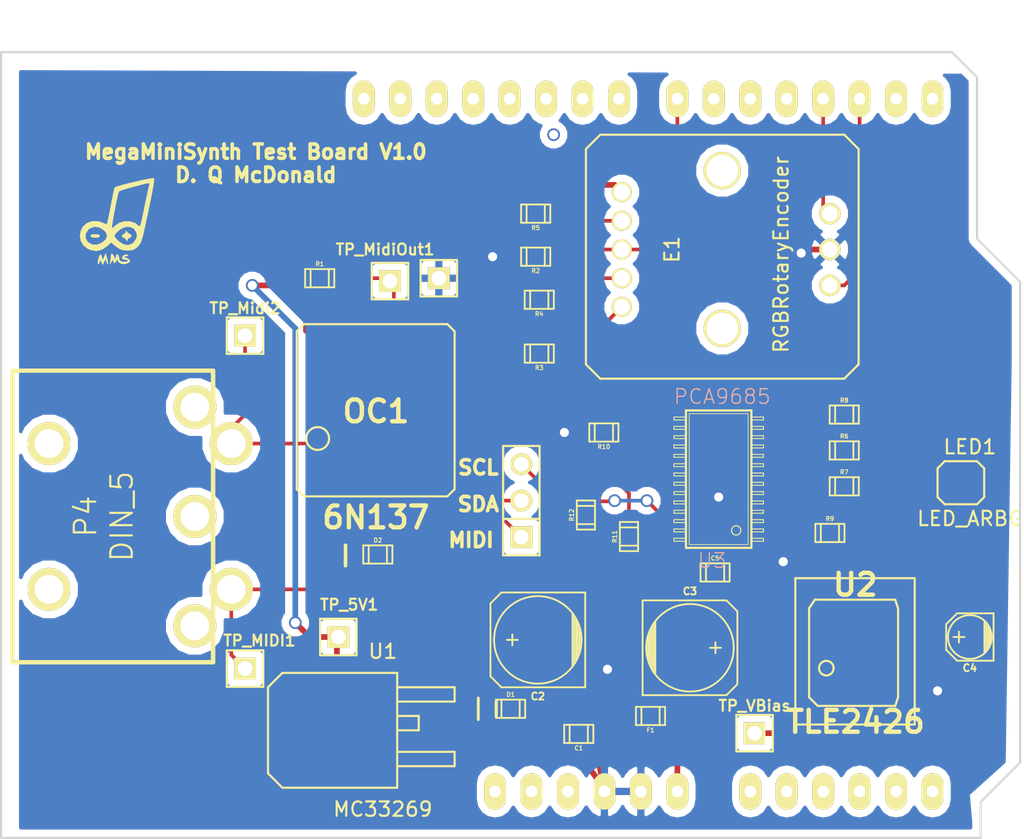
<source format=kicad_pcb>
(kicad_pcb (version 3) (host pcbnew "(2014-02-26 BZR 4721)-product")

  (general
    (links 71)
    (no_connects 0)
    (area 78.424999 21.372 149.995667 81.250001)
    (thickness 1.6)
    (drawings 20)
    (tracks 218)
    (zones 0)
    (modules 36)
    (nets 65)
  )

  (page A4)
  (layers
    (15 F.Cu signal)
    (0 B.Cu signal hide)
    (16 B.Adhes user)
    (17 F.Adhes user)
    (18 B.Paste user)
    (19 F.Paste user)
    (20 B.SilkS user)
    (21 F.SilkS user)
    (22 B.Mask user)
    (23 F.Mask user)
    (24 Dwgs.User user hide)
    (25 Cmts.User user)
    (26 Eco1.User user)
    (27 Eco2.User user)
    (28 Edge.Cuts user)
  )

  (setup
    (last_trace_width 0.254)
    (trace_clearance 0.254)
    (zone_clearance 0.508)
    (zone_45_only no)
    (trace_min 0.254)
    (segment_width 0.2)
    (edge_width 0.15)
    (via_size 0.889)
    (via_drill 0.635)
    (via_min_size 0.889)
    (via_min_drill 0.508)
    (uvia_size 0.508)
    (uvia_drill 0.127)
    (uvias_allowed no)
    (uvia_min_size 0.508)
    (uvia_min_drill 0.127)
    (pcb_text_width 0.3)
    (pcb_text_size 1 1)
    (mod_edge_width 0.15)
    (mod_text_size 1 1)
    (mod_text_width 0.15)
    (pad_size 1 0.7)
    (pad_drill 0)
    (pad_to_mask_clearance 0)
    (aux_axis_origin 0 0)
    (visible_elements FFFFFFBF)
    (pcbplotparams
      (layerselection 283148288)
      (usegerberextensions false)
      (excludeedgelayer true)
      (linewidth 0.150000)
      (plotframeref false)
      (viasonmask false)
      (mode 1)
      (useauxorigin false)
      (hpglpennumber 1)
      (hpglpenspeed 20)
      (hpglpendiameter 15)
      (hpglpenoverlay 2)
      (psnegative false)
      (psa4output false)
      (plotreference true)
      (plotvalue true)
      (plotothertext true)
      (plotinvisibletext false)
      (padsonsilk false)
      (subtractmaskfromsilk false)
      (outputformat 4)
      (mirror false)
      (drillshape 0)
      (scaleselection 1)
      (outputdirectory ""))
  )

  (net 0 "")
  (net 1 +5V)
  (net 2 +9V)
  (net 3 Arduino2)
  (net 4 Arduino3)
  (net 5 Arduino7)
  (net 6 GND)
  (net 7 "Net-(C4-Pad1)")
  (net 8 "Net-(D1-Pad1)")
  (net 9 "Net-(D2-Pad1)")
  (net 10 "Net-(D2-Pad2)")
  (net 11 "Net-(E1-Pad1)")
  (net 12 "Net-(E1-Pad2)")
  (net 13 "Net-(E1-Pad4)")
  (net 14 "Net-(LED1-Pad2)")
  (net 15 "Net-(LED1-Pad3)")
  (net 16 "Net-(LED1-Pad4)")
  (net 17 "Net-(P4-Pad1)")
  (net 18 "Net-(P4-Pad2)")
  (net 19 "Net-(P4-Pad3)")
  (net 20 "Net-(R10-Pad2)")
  (net 21 "Net-(R3-Pad1)")
  (net 22 "Net-(R4-Pad1)")
  (net 23 "Net-(R5-Pad1)")
  (net 24 "Net-(R6-Pad2)")
  (net 25 "Net-(R7-Pad2)")
  (net 26 "Net-(R8-Pad2)")
  (net 27 "Net-(R9-Pad2)")
  (net 28 "Net-(SHIELD1-Pad0)")
  (net 29 "Net-(SHIELD1-Pad1)")
  (net 30 "Net-(SHIELD1-Pad10)")
  (net 31 "Net-(SHIELD1-Pad11)")
  (net 32 "Net-(SHIELD1-Pad12)")
  (net 33 "Net-(SHIELD1-Pad13)")
  (net 34 "Net-(SHIELD1-Pad3V3)")
  (net 35 "Net-(SHIELD1-Pad4)")
  (net 36 "Net-(SHIELD1-Pad5)")
  (net 37 "Net-(SHIELD1-Pad5V)")
  (net 38 "Net-(SHIELD1-Pad6)")
  (net 39 "Net-(SHIELD1-Pad8)")
  (net 40 "Net-(SHIELD1-Pad9)")
  (net 41 "Net-(SHIELD1-PadAD0)")
  (net 42 "Net-(SHIELD1-PadAD1)")
  (net 43 "Net-(SHIELD1-PadAD2)")
  (net 44 "Net-(SHIELD1-PadAD3)")
  (net 45 "Net-(SHIELD1-PadAD4)")
  (net 46 "Net-(SHIELD1-PadAD5)")
  (net 47 "Net-(SHIELD1-PadAREF)")
  (net 48 "Net-(SHIELD1-PadGND3)")
  (net 49 "Net-(SHIELD1-PadRST)")
  (net 50 "Net-(U3-Pad10)")
  (net 51 "Net-(U3-Pad18)")
  (net 52 "Net-(U3-Pad19)")
  (net 53 "Net-(U3-Pad20)")
  (net 54 "Net-(U3-Pad21)")
  (net 55 "Net-(U3-Pad22)")
  (net 56 "Net-(U3-Pad6)")
  (net 57 "Net-(U3-Pad7)")
  (net 58 "Net-(U3-Pad8)")
  (net 59 "Net-(U3-Pad9)")
  (net 60 SCL)
  (net 61 SDA)
  (net 62 Serial2)
  (net 63 VBias)
  (net 64 VCC)

  (net_class Default "This is the default net class."
    (clearance 0.254)
    (trace_width 0.254)
    (via_dia 0.889)
    (via_drill 0.635)
    (uvia_dia 0.508)
    (uvia_drill 0.127)
    (add_net "")
    (add_net Arduino2)
    (add_net Arduino3)
    (add_net Arduino7)
    (add_net "Net-(C4-Pad1)")
    (add_net "Net-(D1-Pad1)")
    (add_net "Net-(D2-Pad1)")
    (add_net "Net-(D2-Pad2)")
    (add_net "Net-(E1-Pad1)")
    (add_net "Net-(E1-Pad2)")
    (add_net "Net-(E1-Pad4)")
    (add_net "Net-(LED1-Pad2)")
    (add_net "Net-(LED1-Pad3)")
    (add_net "Net-(LED1-Pad4)")
    (add_net "Net-(P4-Pad1)")
    (add_net "Net-(P4-Pad2)")
    (add_net "Net-(P4-Pad3)")
    (add_net "Net-(R10-Pad2)")
    (add_net "Net-(R3-Pad1)")
    (add_net "Net-(R4-Pad1)")
    (add_net "Net-(R5-Pad1)")
    (add_net "Net-(R6-Pad2)")
    (add_net "Net-(R7-Pad2)")
    (add_net "Net-(R8-Pad2)")
    (add_net "Net-(R9-Pad2)")
    (add_net "Net-(SHIELD1-Pad0)")
    (add_net "Net-(SHIELD1-Pad1)")
    (add_net "Net-(SHIELD1-Pad10)")
    (add_net "Net-(SHIELD1-Pad11)")
    (add_net "Net-(SHIELD1-Pad12)")
    (add_net "Net-(SHIELD1-Pad13)")
    (add_net "Net-(SHIELD1-Pad3V3)")
    (add_net "Net-(SHIELD1-Pad4)")
    (add_net "Net-(SHIELD1-Pad5)")
    (add_net "Net-(SHIELD1-Pad5V)")
    (add_net "Net-(SHIELD1-Pad6)")
    (add_net "Net-(SHIELD1-Pad8)")
    (add_net "Net-(SHIELD1-Pad9)")
    (add_net "Net-(SHIELD1-PadAD0)")
    (add_net "Net-(SHIELD1-PadAD1)")
    (add_net "Net-(SHIELD1-PadAD2)")
    (add_net "Net-(SHIELD1-PadAD3)")
    (add_net "Net-(SHIELD1-PadAD4)")
    (add_net "Net-(SHIELD1-PadAD5)")
    (add_net "Net-(SHIELD1-PadAREF)")
    (add_net "Net-(SHIELD1-PadGND3)")
    (add_net "Net-(SHIELD1-PadRST)")
    (add_net "Net-(U3-Pad10)")
    (add_net "Net-(U3-Pad18)")
    (add_net "Net-(U3-Pad19)")
    (add_net "Net-(U3-Pad20)")
    (add_net "Net-(U3-Pad21)")
    (add_net "Net-(U3-Pad22)")
    (add_net "Net-(U3-Pad6)")
    (add_net "Net-(U3-Pad7)")
    (add_net "Net-(U3-Pad8)")
    (add_net "Net-(U3-Pad9)")
    (add_net SCL)
    (add_net SDA)
    (add_net Serial2)
  )

  (net_class 5V ""
    (clearance 0.254)
    (trace_width 0.4)
    (via_dia 0.889)
    (via_drill 0.635)
    (uvia_dia 0.508)
    (uvia_drill 0.127)
    (add_net +5V)
    (add_net VBias)
    (add_net VCC)
  )

  (net_class 9V ""
    (clearance 0.254)
    (trace_width 0.4)
    (via_dia 0.889)
    (via_drill 0.635)
    (uvia_dia 0.508)
    (uvia_drill 0.127)
    (add_net +9V)
  )

  (net_class GND ""
    (clearance 0.254)
    (trace_width 0.4)
    (via_dia 0.889)
    (via_drill 0.635)
    (uvia_dia 0.508)
    (uvia_drill 0.127)
    (add_net GND)
  )

  (module ARDUINO_SHIELD_2 locked (layer F.Cu) (tedit 53F03D31) (tstamp 53ED8128)
    (at 79.9 80.3)
    (path /53EACD40)
    (fp_text reference "" (at 5.715 -57.15) (layer F.SilkS)
      (effects (font (thickness 0.3048)))
    )
    (fp_text value "" (at 10.16 -54.61) (layer F.SilkS) hide
      (effects (font (thickness 0.3048)))
    )
    (fp_line (start 0 -44.45) (end 10.16 -44.45) (layer Dwgs.User) (width 0.381))
    (fp_line (start 10.16 -44.45) (end 10.16 -31.75) (layer Dwgs.User) (width 0.381))
    (fp_line (start 10.16 -31.75) (end 0 -31.75) (layer Dwgs.User) (width 0.381))
    (fp_line (start 12.7 -4.318) (end 0 -4.318) (layer Dwgs.User) (width 0.381))
    (fp_line (start 0 -12.7) (end 12.7 -12.7) (layer Dwgs.User) (width 0.381))
    (fp_line (start 12.7 -12.7) (end 12.7 -4.572) (layer Dwgs.User) (width 0.381))
    (fp_circle (center 13.97 -2.54) (end 16.002 -1.524) (layer Dwgs.User) (width 0.381))
    (fp_circle (center 15.24 -50.8) (end 16.764 -49.276) (layer Dwgs.User) (width 0.381))
    (fp_circle (center 66.04 -7.62) (end 67.31 -6.096) (layer Dwgs.User) (width 0.381))
    (fp_circle (center 66.04 -35.56) (end 67.31 -34.036) (layer Dwgs.User) (width 0.381))
    (fp_line (start 66.04 -40.64) (end 66.04 -52.07) (layer Dwgs.User) (width 0.381))
    (fp_line (start 66.04 -52.07) (end 64.77 -53.34) (layer Dwgs.User) (width 0.381))
    (fp_line (start 64.77 -53.34) (end 0 -53.34) (layer Dwgs.User) (width 0.381))
    (fp_line (start 66.04 0) (end 0 0) (layer Dwgs.User) (width 0.381))
    (fp_line (start 0 0) (end 0 -53.34) (layer Dwgs.User) (width 0.381))
    (fp_line (start 66.04 -40.64) (end 68.58 -38.1) (layer Dwgs.User) (width 0.381))
    (fp_line (start 68.58 -38.1) (end 68.58 -5.08) (layer Dwgs.User) (width 0.381))
    (fp_line (start 68.58 -5.08) (end 66.04 -2.54) (layer Dwgs.User) (width 0.381))
    (fp_line (start 66.04 -2.54) (end 66.04 0) (layer Dwgs.User) (width 0.381))
    (pad AD5 thru_hole oval (at 63.5 -2.54 90) (size 2.54 1.524) (drill 0.8128) (layers *.Cu *.Mask F.SilkS)
      (net 46 "Net-(SHIELD1-PadAD5)"))
    (pad AD4 thru_hole oval (at 60.96 -2.54 90) (size 2.54 1.524) (drill 0.8128) (layers *.Cu *.Mask F.SilkS)
      (net 45 "Net-(SHIELD1-PadAD4)"))
    (pad AD3 thru_hole oval (at 58.42 -2.54 90) (size 2.54 1.524) (drill 0.8128) (layers *.Cu *.Mask F.SilkS)
      (net 44 "Net-(SHIELD1-PadAD3)"))
    (pad AD0 thru_hole oval (at 50.8 -2.54 90) (size 2.54 1.524) (drill 0.8128) (layers *.Cu *.Mask F.SilkS)
      (net 41 "Net-(SHIELD1-PadAD0)"))
    (pad AD1 thru_hole oval (at 53.34 -2.54 90) (size 2.54 1.524) (drill 0.8128) (layers *.Cu *.Mask F.SilkS)
      (net 42 "Net-(SHIELD1-PadAD1)"))
    (pad AD2 thru_hole oval (at 55.88 -2.54 90) (size 2.54 1.524) (drill 0.8128) (layers *.Cu *.Mask F.SilkS)
      (net 43 "Net-(SHIELD1-PadAD2)"))
    (pad V_IN thru_hole oval (at 45.72 -2.54 90) (size 2.54 1.524) (drill 0.8128) (layers *.Cu *.Mask F.SilkS)
      (net 2 +9V))
    (pad GND2 thru_hole oval (at 43.18 -2.54 90) (size 2.54 1.524) (drill 0.8128) (layers *.Cu *.Mask F.SilkS)
      (net 6 GND))
    (pad GND1 thru_hole oval (at 40.64 -2.54 90) (size 2.54 1.524) (drill 0.8128) (layers *.Cu *.Mask F.SilkS)
      (net 6 GND))
    (pad 3V3 thru_hole oval (at 35.56 -2.54 90) (size 2.54 1.524) (drill 0.8128) (layers *.Cu *.Mask F.SilkS)
      (net 34 "Net-(SHIELD1-Pad3V3)"))
    (pad RST thru_hole oval (at 33.02 -2.54 90) (size 2.54 1.524) (drill 0.8128) (layers *.Cu *.Mask F.SilkS)
      (net 49 "Net-(SHIELD1-PadRST)"))
    (pad 0 thru_hole oval (at 63.5 -50.8 90) (size 2.54 1.524) (drill 0.8128) (layers *.Cu *.Mask F.SilkS)
      (net 28 "Net-(SHIELD1-Pad0)"))
    (pad 1 thru_hole oval (at 60.96 -50.8 90) (size 2.54 1.524) (drill 0.8128) (layers *.Cu *.Mask F.SilkS)
      (net 29 "Net-(SHIELD1-Pad1)"))
    (pad 2 thru_hole oval (at 58.42 -50.8 90) (size 2.54 1.524) (drill 0.8128) (layers *.Cu *.Mask F.SilkS)
      (net 3 Arduino2))
    (pad 3 thru_hole oval (at 55.88 -50.8 90) (size 2.54 1.524) (drill 0.8128) (layers *.Cu *.Mask F.SilkS)
      (net 4 Arduino3))
    (pad 4 thru_hole oval (at 53.34 -50.8 90) (size 2.54 1.524) (drill 0.8128) (layers *.Cu *.Mask F.SilkS)
      (net 35 "Net-(SHIELD1-Pad4)"))
    (pad 5 thru_hole oval (at 50.8 -50.8 90) (size 2.54 1.524) (drill 0.8128) (layers *.Cu *.Mask F.SilkS)
      (net 36 "Net-(SHIELD1-Pad5)"))
    (pad 6 thru_hole oval (at 48.26 -50.8 90) (size 2.54 1.524) (drill 0.8128) (layers *.Cu *.Mask F.SilkS)
      (net 38 "Net-(SHIELD1-Pad6)"))
    (pad 7 thru_hole oval (at 45.72 -50.8 90) (size 2.54 1.524) (drill 0.8128) (layers *.Cu *.Mask F.SilkS)
      (net 5 Arduino7))
    (pad 8 thru_hole oval (at 41.656 -50.8 90) (size 2.54 1.524) (drill 0.8128) (layers *.Cu *.Mask F.SilkS)
      (net 39 "Net-(SHIELD1-Pad8)"))
    (pad 9 thru_hole oval (at 39.116 -50.8 90) (size 2.54 1.524) (drill 0.8128) (layers *.Cu *.Mask F.SilkS)
      (net 40 "Net-(SHIELD1-Pad9)"))
    (pad 10 thru_hole oval (at 36.576 -50.8 90) (size 2.54 1.524) (drill 0.8128) (layers *.Cu *.Mask F.SilkS)
      (net 30 "Net-(SHIELD1-Pad10)"))
    (pad 11 thru_hole oval (at 34.036 -50.8 90) (size 2.54 1.524) (drill 0.8128) (layers *.Cu *.Mask F.SilkS)
      (net 31 "Net-(SHIELD1-Pad11)"))
    (pad 12 thru_hole oval (at 31.496 -50.8 90) (size 2.54 1.524) (drill 0.8128) (layers *.Cu *.Mask F.SilkS)
      (net 32 "Net-(SHIELD1-Pad12)"))
    (pad 13 thru_hole oval (at 28.956 -50.8 90) (size 2.54 1.524) (drill 0.8128) (layers *.Cu *.Mask F.SilkS)
      (net 33 "Net-(SHIELD1-Pad13)"))
    (pad GND3 thru_hole oval (at 26.416 -50.8 90) (size 2.54 1.524) (drill 0.8128) (layers *.Cu *.Mask F.SilkS)
      (net 48 "Net-(SHIELD1-PadGND3)"))
    (pad AREF thru_hole oval (at 23.876 -50.8 90) (size 2.54 1.524) (drill 0.8128) (layers *.Cu *.Mask F.SilkS)
      (net 47 "Net-(SHIELD1-PadAREF)"))
    (pad 5V thru_hole oval (at 38.1 -2.54 90) (size 2.54 1.524) (drill 0.8128) (layers *.Cu *.Mask F.SilkS)
      (net 37 "Net-(SHIELD1-Pad5V)"))
  )

  (module RGBRotaryEncoder placed (layer F.Cu) (tedit 53EE8E4C) (tstamp 53ED7F91)
    (at 136.25 40 90)
    (path /53EEFE8B)
    (fp_text reference E1 (at 0 -11 90) (layer F.SilkS)
      (effects (font (size 1 1) (thickness 0.15)))
    )
    (fp_text value RGBRotaryEncoder (at -0.35 -3.4 90) (layer F.SilkS)
      (effects (font (size 1 1) (thickness 0.15)))
    )
    (fp_line (start 8 -16) (end 8 1) (layer F.SilkS) (width 0.15))
    (fp_line (start 8 1) (end 7 2) (layer F.SilkS) (width 0.15))
    (fp_line (start 7 2) (end -8 2) (layer F.SilkS) (width 0.15))
    (fp_line (start -8 2) (end -9 1) (layer F.SilkS) (width 0.15))
    (fp_line (start -9 1) (end -9 -16) (layer F.SilkS) (width 0.15))
    (fp_line (start -9 -16) (end -8 -17) (layer F.SilkS) (width 0.15))
    (fp_line (start -8 -17) (end 7 -17) (layer F.SilkS) (width 0.15))
    (fp_line (start 7 -17) (end 8 -16) (layer F.SilkS) (width 0.15))
    (pad 1 thru_hole circle (at -4 -14.5 90) (size 1.4 1.4) (drill 1.1) (layers *.Cu *.Mask F.SilkS)
      (net 11 "Net-(E1-Pad1)"))
    (pad 2 thru_hole circle (at -2 -14.5 90) (size 1.4 1.4) (drill 1.1) (layers *.Cu *.Mask F.SilkS)
      (net 12 "Net-(E1-Pad2)"))
    (pad 3 thru_hole circle (at 0 -14.5 90) (size 1.4 1.4) (drill 1.1) (layers *.Cu *.Mask F.SilkS)
      (net 5 Arduino7))
    (pad 4 thru_hole circle (at 2 -14.5 90) (size 1.4 1.4) (drill 1.1) (layers *.Cu *.Mask F.SilkS)
      (net 13 "Net-(E1-Pad4)"))
    (pad 5 thru_hole circle (at 4 -14.5 90) (size 1.4 1.4) (drill 1.1) (layers *.Cu *.Mask F.SilkS)
      (net 1 +5V))
    (pad 6 thru_hole circle (at -2.5 0 90) (size 1.5 1.5) (drill 1.1) (layers *.Cu *.Mask F.SilkS)
      (net 3 Arduino2))
    (pad 7 thru_hole circle (at 0 0 90) (size 1.5 1.5) (drill 1.1) (layers *.Cu *.Mask F.SilkS)
      (net 6 GND))
    (pad 8 thru_hole circle (at 2.5 0 90) (size 1.5 1.5) (drill 1.1) (layers *.Cu *.Mask F.SilkS)
      (net 4 Arduino3))
    (pad "" thru_hole circle (at -5.5 -7.5 90) (size 2.6 2.6) (drill 2.2) (layers *.Cu *.Mask F.SilkS))
    (pad "" thru_hole circle (at 5.5 -7.5 90) (size 2.6 2.6) (drill 2.2) (layers *.Cu *.Mask F.SilkS))
  )

  (module PIN_ARRAY_3X1 placed (layer F.Cu) (tedit 53F03D49) (tstamp 53ED7F9D)
    (at 114.75 57.5 90)
    (descr "Connecteur 3 pins")
    (tags "CONN DEV")
    (path /53EC2272)
    (fp_text reference "" (at 0.254 -2.159 90) (layer F.SilkS) hide
      (effects (font (size 1.016 1.016) (thickness 0.1524)))
    )
    (fp_text value "" (at 0 -2.159 90) (layer F.SilkS) hide
      (effects (font (size 1.016 1.016) (thickness 0.1524)))
    )
    (fp_line (start -3.81 1.27) (end -3.81 -1.27) (layer F.SilkS) (width 0.1524))
    (fp_line (start -3.81 -1.27) (end 3.81 -1.27) (layer F.SilkS) (width 0.1524))
    (fp_line (start 3.81 -1.27) (end 3.81 1.27) (layer F.SilkS) (width 0.1524))
    (fp_line (start 3.81 1.27) (end -3.81 1.27) (layer F.SilkS) (width 0.1524))
    (fp_line (start -1.27 -1.27) (end -1.27 1.27) (layer F.SilkS) (width 0.1524))
    (pad 1 thru_hole rect (at -2.54 0 90) (size 1.524 1.524) (drill 1.016) (layers *.Cu *.Mask F.SilkS)
      (net 62 Serial2))
    (pad 2 thru_hole circle (at 0 0 90) (size 1.524 1.524) (drill 1.016) (layers *.Cu *.Mask F.SilkS)
      (net 61 SDA))
    (pad 3 thru_hole circle (at 2.54 0 90) (size 1.524 1.524) (drill 1.016) (layers *.Cu *.Mask F.SilkS)
      (net 60 SCL))
    (model pin_array/pins_array_3x1.wrl
      (at (xyz 0 0 0))
      (scale (xyz 1 1 1))
      (rotate (xyz 0 0 0))
    )
  )

  (module PIN_ARRAY_1 placed (layer F.Cu) (tedit 53F039EE) (tstamp 53ED7FA6)
    (at 105.6 42.2)
    (descr "1 pin")
    (tags "CONN DEV")
    (path /53EC6164)
    (fp_text reference TP_MidiOut1 (at -0.35 -2.2) (layer F.SilkS)
      (effects (font (size 0.762 0.762) (thickness 0.1524)))
    )
    (fp_text value "" (at 0 -1.905) (layer F.SilkS) hide
      (effects (font (size 0.762 0.762) (thickness 0.1524)))
    )
    (fp_line (start 1.27 1.27) (end -1.27 1.27) (layer F.SilkS) (width 0.1524))
    (fp_line (start -1.27 -1.27) (end 1.27 -1.27) (layer F.SilkS) (width 0.1524))
    (fp_line (start -1.27 1.27) (end -1.27 -1.27) (layer F.SilkS) (width 0.1524))
    (fp_line (start 1.27 -1.27) (end 1.27 1.27) (layer F.SilkS) (width 0.1524))
    (pad 1 thru_hole rect (at 0 0) (size 1.524 1.524) (drill 1.016) (layers *.Cu *.Mask F.SilkS)
      (net 62 Serial2))
    (model pin_array\pin_1.wrl
      (at (xyz 0 0 0))
      (scale (xyz 1 1 1))
      (rotate (xyz 0 0 0))
    )
  )

  (module PIN_ARRAY_1 placed (layer F.Cu) (tedit 53F039FD) (tstamp 53ED7FAF)
    (at 95.5 46)
    (descr "1 pin")
    (tags "CONN DEV")
    (path /53EC5DAA)
    (fp_text reference TP_Midi2 (at 0 -1.905) (layer F.SilkS)
      (effects (font (size 0.762 0.762) (thickness 0.1524)))
    )
    (fp_text value "" (at 0 -1.905) (layer F.SilkS) hide
      (effects (font (size 0.762 0.762) (thickness 0.1524)))
    )
    (fp_line (start 1.27 1.27) (end -1.27 1.27) (layer F.SilkS) (width 0.1524))
    (fp_line (start -1.27 -1.27) (end 1.27 -1.27) (layer F.SilkS) (width 0.1524))
    (fp_line (start -1.27 1.27) (end -1.27 -1.27) (layer F.SilkS) (width 0.1524))
    (fp_line (start 1.27 -1.27) (end 1.27 1.27) (layer F.SilkS) (width 0.1524))
    (pad 1 thru_hole rect (at 0 0) (size 1.524 1.524) (drill 1.016) (layers *.Cu *.Mask F.SilkS)
      (net 9 "Net-(D2-Pad1)"))
    (model pin_array\pin_1.wrl
      (at (xyz 0 0 0))
      (scale (xyz 1 1 1))
      (rotate (xyz 0 0 0))
    )
  )

  (module PIN_ARRAY_1 placed (layer F.Cu) (tedit 53F03A83) (tstamp 53ED7FB8)
    (at 95.5 69.2)
    (descr "1 pin")
    (tags "CONN DEV")
    (path /53EC5C52)
    (fp_text reference TP_MIDI1 (at 1 -1.95) (layer F.SilkS)
      (effects (font (size 0.762 0.762) (thickness 0.1524)))
    )
    (fp_text value "" (at 0 -1.905) (layer F.SilkS) hide
      (effects (font (size 0.762 0.762) (thickness 0.1524)))
    )
    (fp_line (start 1.27 1.27) (end -1.27 1.27) (layer F.SilkS) (width 0.1524))
    (fp_line (start -1.27 -1.27) (end 1.27 -1.27) (layer F.SilkS) (width 0.1524))
    (fp_line (start -1.27 1.27) (end -1.27 -1.27) (layer F.SilkS) (width 0.1524))
    (fp_line (start 1.27 -1.27) (end 1.27 1.27) (layer F.SilkS) (width 0.1524))
    (pad 1 thru_hole rect (at 0 0) (size 1.524 1.524) (drill 1.016) (layers *.Cu *.Mask F.SilkS)
      (net 10 "Net-(D2-Pad2)"))
    (model pin_array\pin_1.wrl
      (at (xyz 0 0 0))
      (scale (xyz 1 1 1))
      (rotate (xyz 0 0 0))
    )
  )

  (module PIN_ARRAY_1 placed (layer F.Cu) (tedit 53F03A3C) (tstamp 53ED7FC1)
    (at 102 67)
    (descr "1 pin")
    (tags "CONN DEV")
    (path /53EBEA36)
    (fp_text reference TP_5V1 (at 0.75 -2.25) (layer F.SilkS)
      (effects (font (size 0.762 0.762) (thickness 0.1524)))
    )
    (fp_text value "" (at 0 -1.905) (layer F.SilkS) hide
      (effects (font (size 0.762 0.762) (thickness 0.1524)))
    )
    (fp_line (start 1.27 1.27) (end -1.27 1.27) (layer F.SilkS) (width 0.1524))
    (fp_line (start -1.27 -1.27) (end 1.27 -1.27) (layer F.SilkS) (width 0.1524))
    (fp_line (start -1.27 1.27) (end -1.27 -1.27) (layer F.SilkS) (width 0.1524))
    (fp_line (start 1.27 -1.27) (end 1.27 1.27) (layer F.SilkS) (width 0.1524))
    (pad 1 thru_hole rect (at 0 0) (size 1.524 1.524) (drill 1.016) (layers *.Cu *.Mask F.SilkS)
      (net 1 +5V))
    (model pin_array\pin_1.wrl
      (at (xyz 0 0 0))
      (scale (xyz 1 1 1))
      (rotate (xyz 0 0 0))
    )
  )

  (module PIN_ARRAY_1 placed (layer F.Cu) (tedit 53F039E8) (tstamp 53ED7FCA)
    (at 109 42)
    (descr "1 pin")
    (tags "CONN DEV")
    (path /53EBF3FB)
    (fp_text reference "" (at 0 -1.905) (layer F.SilkS)
      (effects (font (size 0.762 0.762) (thickness 0.1524)))
    )
    (fp_text value TP_Gnd (at 0.25 2.25) (layer F.SilkS) hide
      (effects (font (size 0.762 0.762) (thickness 0.1524)))
    )
    (fp_line (start 1.27 1.27) (end -1.27 1.27) (layer F.SilkS) (width 0.1524))
    (fp_line (start -1.27 -1.27) (end 1.27 -1.27) (layer F.SilkS) (width 0.1524))
    (fp_line (start -1.27 1.27) (end -1.27 -1.27) (layer F.SilkS) (width 0.1524))
    (fp_line (start 1.27 -1.27) (end 1.27 1.27) (layer F.SilkS) (width 0.1524))
    (pad 1 thru_hole rect (at 0 0) (size 1.524 1.524) (drill 1.016) (layers *.Cu *.Mask F.SilkS)
      (net 6 GND))
    (model pin_array\pin_1.wrl
      (at (xyz 0 0 0))
      (scale (xyz 1 1 1))
      (rotate (xyz 0 0 0))
    )
  )

  (module PIN_ARRAY_1 placed (layer F.Cu) (tedit 53F03A64) (tstamp 53ED7FD3)
    (at 131 73.7)
    (descr "1 pin")
    (tags "CONN DEV")
    (path /53EBF416)
    (fp_text reference TP_VBias (at 0 -1.905) (layer F.SilkS)
      (effects (font (size 0.762 0.762) (thickness 0.1524)))
    )
    (fp_text value "" (at 0 -1.905) (layer F.SilkS) hide
      (effects (font (size 0.762 0.762) (thickness 0.1524)))
    )
    (fp_line (start 1.27 1.27) (end -1.27 1.27) (layer F.SilkS) (width 0.1524))
    (fp_line (start -1.27 -1.27) (end 1.27 -1.27) (layer F.SilkS) (width 0.1524))
    (fp_line (start -1.27 1.27) (end -1.27 -1.27) (layer F.SilkS) (width 0.1524))
    (fp_line (start 1.27 -1.27) (end 1.27 1.27) (layer F.SilkS) (width 0.1524))
    (pad 1 thru_hole rect (at 0 0) (size 1.524 1.524) (drill 1.016) (layers *.Cu *.Mask F.SilkS)
      (net 63 VBias))
    (model pin_array\pin_1.wrl
      (at (xyz 0 0 0))
      (scale (xyz 1 1 1))
      (rotate (xyz 0 0 0))
    )
  )

  (module MC33269 placed (layer F.Cu) (tedit 53EB29B8) (tstamp 53ED7FE9)
    (at 109.1 75.5)
    (path /53EAC0CD)
    (fp_text reference U1 (at -4 -7.5) (layer F.SilkS)
      (effects (font (size 1 1) (thickness 0.15)))
    )
    (fp_text value MC33269 (at -4 3.5) (layer F.SilkS)
      (effects (font (size 1 1) (thickness 0.15)))
    )
    (fp_line (start -3 -3) (end -1.5 -3) (layer F.SilkS) (width 0.15))
    (fp_line (start -1.5 -3) (end -1.5 -2) (layer F.SilkS) (width 0.15))
    (fp_line (start -1.5 -2) (end -3 -2) (layer F.SilkS) (width 0.15))
    (fp_line (start -3 -0.5) (end 1 -0.5) (layer F.SilkS) (width 0.15))
    (fp_line (start 1 -0.5) (end 1 0.5) (layer F.SilkS) (width 0.15))
    (fp_line (start 1 0.5) (end -3 0.5) (layer F.SilkS) (width 0.15))
    (fp_line (start -3 -5) (end 1 -5) (layer F.SilkS) (width 0.15))
    (fp_line (start 1 -5) (end 1 -4) (layer F.SilkS) (width 0.15))
    (fp_line (start 1 -4) (end -3 -4) (layer F.SilkS) (width 0.15))
    (fp_line (start -11 -6) (end -12 -5) (layer F.SilkS) (width 0.15))
    (fp_line (start -12 -5) (end -12 1) (layer F.SilkS) (width 0.15))
    (fp_line (start -12 1) (end -11 2) (layer F.SilkS) (width 0.15))
    (fp_line (start -11 2) (end -3 2) (layer F.SilkS) (width 0.15))
    (fp_line (start -3 2) (end -3 -6) (layer F.SilkS) (width 0.15))
    (fp_line (start -3 -6) (end -11 -6) (layer F.SilkS) (width 0.15))
    (pad 1 smd rect (at 0 0) (size 3 1.6) (layers F.Cu F.Paste F.Mask)
      (net 6 GND))
    (pad 2 smd rect (at -7.2 -2.2) (size 6.2 5.8) (layers F.Cu F.Paste F.Mask)
      (net 1 +5V))
    (pad 3 smd rect (at 0 -4.5) (size 3 1.6) (layers F.Cu F.Paste F.Mask)
      (net 64 VCC))
  )

  (module DIN_5 placed (layer F.Cu) (tedit 52A8BE96) (tstamp 53ED7FFA)
    (at 92 58.6 270)
    (path /53EBFA7A)
    (fp_text reference P4 (at 0 7.62 270) (layer F.SilkS)
      (effects (font (size 1.5 1.5) (thickness 0.15)))
    )
    (fp_text value DIN_5 (at 0 5.08 270) (layer F.SilkS)
      (effects (font (size 1.5 1.5) (thickness 0.15)))
    )
    (fp_line (start -10.16 -1.27) (end 10.16 -1.27) (layer F.SilkS) (width 0.3))
    (fp_line (start -10.16 -1.27) (end -10.16 12.7) (layer F.SilkS) (width 0.3))
    (fp_line (start 10.16 -1.27) (end -10.16 -1.27) (layer F.SilkS) (width 0.3))
    (fp_line (start 10.16 12.7) (end 10.16 -1.27) (layer F.SilkS) (width 0.3))
    (fp_line (start 10.16 -1.27) (end 10.16 12.7) (layer F.SilkS) (width 0.3))
    (fp_line (start -10.16 12.7) (end 10.16 12.7) (layer F.SilkS) (width 0.3))
    (pad 7 thru_hole circle (at 5.08 10.16 270) (size 3 3) (drill 2) (layers *.Cu *.Mask F.SilkS))
    (pad 6 thru_hole circle (at -5.08 10.16 270) (size 3 3) (drill 2) (layers *.Cu *.Mask F.SilkS))
    (pad 3 thru_hole circle (at -7.62 0 270) (size 3 3) (drill 2) (layers *.Cu *.Mask F.SilkS)
      (net 19 "Net-(P4-Pad3)"))
    (pad 5 thru_hole circle (at -5.08 -2.54 270) (size 3 3) (drill 2) (layers *.Cu *.Mask F.SilkS)
      (net 9 "Net-(D2-Pad1)"))
    (pad 2 thru_hole circle (at 0 0 270) (size 3 3) (drill 2) (layers *.Cu *.Mask F.SilkS)
      (net 18 "Net-(P4-Pad2)"))
    (pad 4 thru_hole circle (at 5.08 -2.54 270) (size 3 3) (drill 2) (layers *.Cu *.Mask F.SilkS)
      (net 10 "Net-(D2-Pad2)"))
    (pad 1 thru_hole circle (at 7.62 0 270) (size 3 3) (drill 2) (layers *.Cu *.Mask F.SilkS)
      (net 17 "Net-(P4-Pad1)"))
  )

  (module c_elec_6.3x5.8 placed (layer F.Cu) (tedit 49F5C09D) (tstamp 53ED800E)
    (at 126.5 67.75)
    (descr "SMT capacitor, aluminium electrolytic, 6.3x5.8")
    (path /53EBE551)
    (fp_text reference C3 (at 0 -3.937) (layer F.SilkS)
      (effects (font (size 0.50038 0.50038) (thickness 0.11938)))
    )
    (fp_text value 47uF (at 0 3.81) (layer F.SilkS) hide
      (effects (font (size 0.50038 0.50038) (thickness 0.11938)))
    )
    (fp_line (start -2.921 -0.762) (end -2.921 0.762) (layer F.SilkS) (width 0.127))
    (fp_line (start -2.794 1.143) (end -2.794 -1.143) (layer F.SilkS) (width 0.127))
    (fp_line (start -2.667 -1.397) (end -2.667 1.397) (layer F.SilkS) (width 0.127))
    (fp_line (start -2.54 1.651) (end -2.54 -1.651) (layer F.SilkS) (width 0.127))
    (fp_line (start -2.413 -1.778) (end -2.413 1.778) (layer F.SilkS) (width 0.127))
    (fp_circle (center 0 0) (end -3.048 0) (layer F.SilkS) (width 0.127))
    (fp_line (start -3.302 -3.302) (end -3.302 3.302) (layer F.SilkS) (width 0.127))
    (fp_line (start -3.302 3.302) (end 2.54 3.302) (layer F.SilkS) (width 0.127))
    (fp_line (start 2.54 3.302) (end 3.302 2.54) (layer F.SilkS) (width 0.127))
    (fp_line (start 3.302 2.54) (end 3.302 -2.54) (layer F.SilkS) (width 0.127))
    (fp_line (start 3.302 -2.54) (end 2.54 -3.302) (layer F.SilkS) (width 0.127))
    (fp_line (start 2.54 -3.302) (end -3.302 -3.302) (layer F.SilkS) (width 0.127))
    (fp_line (start 2.159 0) (end 1.397 0) (layer F.SilkS) (width 0.127))
    (fp_line (start 1.778 -0.381) (end 1.778 0.381) (layer F.SilkS) (width 0.127))
    (pad 1 smd rect (at 2.75082 0) (size 3.59918 1.6002) (layers F.Cu F.Paste F.Mask)
      (net 1 +5V))
    (pad 2 smd rect (at -2.75082 0) (size 3.59918 1.6002) (layers F.Cu F.Paste F.Mask)
      (net 6 GND))
    (model smd/capacitors/c_elec_6_3x5_8.wrl
      (at (xyz 0 0 0))
      (scale (xyz 1 1 1))
      (rotate (xyz 0 0 0))
    )
  )

  (module c_elec_6.3x5.8 placed (layer F.Cu) (tedit 49F5C09D) (tstamp 53ED8022)
    (at 115.9 67.2 180)
    (descr "SMT capacitor, aluminium electrolytic, 6.3x5.8")
    (path /53EBE4F6)
    (fp_text reference C2 (at 0 -3.937 180) (layer F.SilkS)
      (effects (font (size 0.50038 0.50038) (thickness 0.11938)))
    )
    (fp_text value 47uF (at 0 3.81 180) (layer F.SilkS) hide
      (effects (font (size 0.50038 0.50038) (thickness 0.11938)))
    )
    (fp_line (start -2.921 -0.762) (end -2.921 0.762) (layer F.SilkS) (width 0.127))
    (fp_line (start -2.794 1.143) (end -2.794 -1.143) (layer F.SilkS) (width 0.127))
    (fp_line (start -2.667 -1.397) (end -2.667 1.397) (layer F.SilkS) (width 0.127))
    (fp_line (start -2.54 1.651) (end -2.54 -1.651) (layer F.SilkS) (width 0.127))
    (fp_line (start -2.413 -1.778) (end -2.413 1.778) (layer F.SilkS) (width 0.127))
    (fp_circle (center 0 0) (end -3.048 0) (layer F.SilkS) (width 0.127))
    (fp_line (start -3.302 -3.302) (end -3.302 3.302) (layer F.SilkS) (width 0.127))
    (fp_line (start -3.302 3.302) (end 2.54 3.302) (layer F.SilkS) (width 0.127))
    (fp_line (start 2.54 3.302) (end 3.302 2.54) (layer F.SilkS) (width 0.127))
    (fp_line (start 3.302 2.54) (end 3.302 -2.54) (layer F.SilkS) (width 0.127))
    (fp_line (start 3.302 -2.54) (end 2.54 -3.302) (layer F.SilkS) (width 0.127))
    (fp_line (start 2.54 -3.302) (end -3.302 -3.302) (layer F.SilkS) (width 0.127))
    (fp_line (start 2.159 0) (end 1.397 0) (layer F.SilkS) (width 0.127))
    (fp_line (start 1.778 -0.381) (end 1.778 0.381) (layer F.SilkS) (width 0.127))
    (pad 1 smd rect (at 2.75082 0 180) (size 3.59918 1.6002) (layers F.Cu F.Paste F.Mask)
      (net 64 VCC))
    (pad 2 smd rect (at -2.75082 0 180) (size 3.59918 1.6002) (layers F.Cu F.Paste F.Mask)
      (net 6 GND))
    (model smd/capacitors/c_elec_6_3x5_8.wrl
      (at (xyz 0 0 0))
      (scale (xyz 1 1 1))
      (rotate (xyz 0 0 0))
    )
  )

  (module c_elec_3x5.3 placed (layer F.Cu) (tedit 49F5AB9E) (tstamp 53ED8035)
    (at 146 67 180)
    (descr "SMT capacitor, aluminium electrolytic, 3x5.3")
    (path /53EBF473)
    (fp_text reference C4 (at 0 -2.159 180) (layer F.SilkS)
      (effects (font (size 0.50038 0.50038) (thickness 0.11938)))
    )
    (fp_text value 1uF (at 0 2.159 180) (layer F.SilkS) hide
      (effects (font (size 0.50038 0.50038) (thickness 0.11938)))
    )
    (fp_line (start -1.651 -1.651) (end -1.651 1.651) (layer F.SilkS) (width 0.127))
    (fp_line (start -1.651 1.651) (end 0.889 1.651) (layer F.SilkS) (width 0.127))
    (fp_line (start 0.889 1.651) (end 1.651 0.889) (layer F.SilkS) (width 0.127))
    (fp_line (start 1.651 0.889) (end 1.651 -0.889) (layer F.SilkS) (width 0.127))
    (fp_line (start 1.651 -0.889) (end 0.889 -1.651) (layer F.SilkS) (width 0.127))
    (fp_line (start 0.889 -1.651) (end -1.651 -1.651) (layer F.SilkS) (width 0.127))
    (fp_line (start -1.397 -0.508) (end -1.397 0.508) (layer F.SilkS) (width 0.127))
    (fp_line (start -1.27 -0.762) (end -1.27 0.762) (layer F.SilkS) (width 0.127))
    (fp_line (start -1.143 -1.016) (end -1.143 1.016) (layer F.SilkS) (width 0.127))
    (fp_line (start -1.016 -1.143) (end -1.016 1.143) (layer F.SilkS) (width 0.127))
    (fp_circle (center 0 0) (end 1.524 0) (layer F.SilkS) (width 0.127))
    (fp_line (start 1.143 0) (end 0.381 0) (layer F.SilkS) (width 0.127))
    (fp_line (start 0.762 -0.381) (end 0.762 0.381) (layer F.SilkS) (width 0.127))
    (pad 1 smd rect (at 1.50114 0 180) (size 2.19964 1.6002) (layers F.Cu F.Paste F.Mask)
      (net 7 "Net-(C4-Pad1)"))
    (pad 2 smd rect (at -1.50114 0 180) (size 2.19964 1.6002) (layers F.Cu F.Paste F.Mask)
      (net 6 GND))
    (model smd/capacitors/c_elec_3x5_3.wrl
      (at (xyz 0 0 0))
      (scale (xyz 1 1 1))
      (rotate (xyz 0 0 0))
    )
  )

  (module c_0805 placed (layer F.Cu) (tedit 49047394) (tstamp 53ED8041)
    (at 122.25 60 90)
    (descr "SMT capacitor, 0805")
    (path /53EC2404)
    (fp_text reference R11 (at 0 -0.9906 90) (layer F.SilkS)
      (effects (font (size 0.29972 0.29972) (thickness 0.06096)))
    )
    (fp_text value 4k7 (at 0 0.9906 90) (layer F.SilkS) hide
      (effects (font (size 0.29972 0.29972) (thickness 0.06096)))
    )
    (fp_line (start 0.635 -0.635) (end 0.635 0.635) (layer F.SilkS) (width 0.127))
    (fp_line (start -0.635 -0.635) (end -0.635 0.6096) (layer F.SilkS) (width 0.127))
    (fp_line (start -1.016 -0.635) (end 1.016 -0.635) (layer F.SilkS) (width 0.127))
    (fp_line (start 1.016 -0.635) (end 1.016 0.635) (layer F.SilkS) (width 0.127))
    (fp_line (start 1.016 0.635) (end -1.016 0.635) (layer F.SilkS) (width 0.127))
    (fp_line (start -1.016 0.635) (end -1.016 -0.635) (layer F.SilkS) (width 0.127))
    (pad 1 smd rect (at 0.9525 0 90) (size 1.30048 1.4986) (layers F.Cu F.Paste F.Mask)
      (net 61 SDA))
    (pad 2 smd rect (at -0.9525 0 90) (size 1.30048 1.4986) (layers F.Cu F.Paste F.Mask)
      (net 1 +5V))
    (model smd/capacitors/c_0805.wrl
      (at (xyz 0 0 0))
      (scale (xyz 1 1 1))
      (rotate (xyz 0 0 0))
    )
  )

  (module c_0805 placed (layer F.Cu) (tedit 49047394) (tstamp 53ED804D)
    (at 119.25 58.5 90)
    (descr "SMT capacitor, 0805")
    (path /53EC23F5)
    (fp_text reference R12 (at 0 -0.9906 90) (layer F.SilkS)
      (effects (font (size 0.29972 0.29972) (thickness 0.06096)))
    )
    (fp_text value 4k7 (at 0 0.9906 90) (layer F.SilkS) hide
      (effects (font (size 0.29972 0.29972) (thickness 0.06096)))
    )
    (fp_line (start 0.635 -0.635) (end 0.635 0.635) (layer F.SilkS) (width 0.127))
    (fp_line (start -0.635 -0.635) (end -0.635 0.6096) (layer F.SilkS) (width 0.127))
    (fp_line (start -1.016 -0.635) (end 1.016 -0.635) (layer F.SilkS) (width 0.127))
    (fp_line (start 1.016 -0.635) (end 1.016 0.635) (layer F.SilkS) (width 0.127))
    (fp_line (start 1.016 0.635) (end -1.016 0.635) (layer F.SilkS) (width 0.127))
    (fp_line (start -1.016 0.635) (end -1.016 -0.635) (layer F.SilkS) (width 0.127))
    (pad 1 smd rect (at 0.9525 0 90) (size 1.30048 1.4986) (layers F.Cu F.Paste F.Mask)
      (net 60 SCL))
    (pad 2 smd rect (at -0.9525 0 90) (size 1.30048 1.4986) (layers F.Cu F.Paste F.Mask)
      (net 1 +5V))
    (model smd/capacitors/c_0805.wrl
      (at (xyz 0 0 0))
      (scale (xyz 1 1 1))
      (rotate (xyz 0 0 0))
    )
  )

  (module c_0805 placed (layer F.Cu) (tedit 49047394) (tstamp 53ED8059)
    (at 123.75 72.5 180)
    (descr "SMT capacitor, 0805")
    (path /53ED8261)
    (fp_text reference F1 (at 0 -0.9906 180) (layer F.SilkS)
      (effects (font (size 0.29972 0.29972) (thickness 0.06096)))
    )
    (fp_text value FERRITE (at 0 0.9906 180) (layer F.SilkS) hide
      (effects (font (size 0.29972 0.29972) (thickness 0.06096)))
    )
    (fp_line (start 0.635 -0.635) (end 0.635 0.635) (layer F.SilkS) (width 0.127))
    (fp_line (start -0.635 -0.635) (end -0.635 0.6096) (layer F.SilkS) (width 0.127))
    (fp_line (start -1.016 -0.635) (end 1.016 -0.635) (layer F.SilkS) (width 0.127))
    (fp_line (start 1.016 -0.635) (end 1.016 0.635) (layer F.SilkS) (width 0.127))
    (fp_line (start 1.016 0.635) (end -1.016 0.635) (layer F.SilkS) (width 0.127))
    (fp_line (start -1.016 0.635) (end -1.016 -0.635) (layer F.SilkS) (width 0.127))
    (pad 1 smd rect (at 0.9525 0 180) (size 1.30048 1.4986) (layers F.Cu F.Paste F.Mask)
      (net 8 "Net-(D1-Pad1)"))
    (pad 2 smd rect (at -0.9525 0 180) (size 1.30048 1.4986) (layers F.Cu F.Paste F.Mask)
      (net 2 +9V))
    (model smd/capacitors/c_0805.wrl
      (at (xyz 0 0 0))
      (scale (xyz 1 1 1))
      (rotate (xyz 0 0 0))
    )
  )

  (module c_0805 placed (layer F.Cu) (tedit 49047394) (tstamp 53ED8DC8)
    (at 137.25 54)
    (descr "SMT capacitor, 0805")
    (path /53EC1944)
    (fp_text reference R6 (at 0 -0.9906) (layer F.SilkS)
      (effects (font (size 0.29972 0.29972) (thickness 0.06096)))
    )
    (fp_text value 300 (at 0 0.9906) (layer F.SilkS) hide
      (effects (font (size 0.29972 0.29972) (thickness 0.06096)))
    )
    (fp_line (start 0.635 -0.635) (end 0.635 0.635) (layer F.SilkS) (width 0.127))
    (fp_line (start -0.635 -0.635) (end -0.635 0.6096) (layer F.SilkS) (width 0.127))
    (fp_line (start -1.016 -0.635) (end 1.016 -0.635) (layer F.SilkS) (width 0.127))
    (fp_line (start 1.016 -0.635) (end 1.016 0.635) (layer F.SilkS) (width 0.127))
    (fp_line (start 1.016 0.635) (end -1.016 0.635) (layer F.SilkS) (width 0.127))
    (fp_line (start -1.016 0.635) (end -1.016 -0.635) (layer F.SilkS) (width 0.127))
    (pad 1 smd rect (at 0.9525 0) (size 1.30048 1.4986) (layers F.Cu F.Paste F.Mask)
      (net 14 "Net-(LED1-Pad2)"))
    (pad 2 smd rect (at -0.9525 0) (size 1.30048 1.4986) (layers F.Cu F.Paste F.Mask)
      (net 24 "Net-(R6-Pad2)"))
    (model smd/capacitors/c_0805.wrl
      (at (xyz 0 0 0))
      (scale (xyz 1 1 1))
      (rotate (xyz 0 0 0))
    )
  )

  (module c_0805 placed (layer F.Cu) (tedit 49047394) (tstamp 53ED8071)
    (at 137.25 56.5)
    (descr "SMT capacitor, 0805")
    (path /53EC1935)
    (fp_text reference R7 (at 0 -0.9906) (layer F.SilkS)
      (effects (font (size 0.29972 0.29972) (thickness 0.06096)))
    )
    (fp_text value 200 (at 0 0.9906) (layer F.SilkS) hide
      (effects (font (size 0.29972 0.29972) (thickness 0.06096)))
    )
    (fp_line (start 0.635 -0.635) (end 0.635 0.635) (layer F.SilkS) (width 0.127))
    (fp_line (start -0.635 -0.635) (end -0.635 0.6096) (layer F.SilkS) (width 0.127))
    (fp_line (start -1.016 -0.635) (end 1.016 -0.635) (layer F.SilkS) (width 0.127))
    (fp_line (start 1.016 -0.635) (end 1.016 0.635) (layer F.SilkS) (width 0.127))
    (fp_line (start 1.016 0.635) (end -1.016 0.635) (layer F.SilkS) (width 0.127))
    (fp_line (start -1.016 0.635) (end -1.016 -0.635) (layer F.SilkS) (width 0.127))
    (pad 1 smd rect (at 0.9525 0) (size 1.30048 1.4986) (layers F.Cu F.Paste F.Mask)
      (net 16 "Net-(LED1-Pad4)"))
    (pad 2 smd rect (at -0.9525 0) (size 1.30048 1.4986) (layers F.Cu F.Paste F.Mask)
      (net 25 "Net-(R7-Pad2)"))
    (model smd/capacitors/c_0805.wrl
      (at (xyz 0 0 0))
      (scale (xyz 1 1 1))
      (rotate (xyz 0 0 0))
    )
  )

  (module c_0805 placed (layer F.Cu) (tedit 49047394) (tstamp 53ED807D)
    (at 137.25 51.5)
    (descr "SMT capacitor, 0805")
    (path /53EC1926)
    (fp_text reference R8 (at 0 -0.9906) (layer F.SilkS)
      (effects (font (size 0.29972 0.29972) (thickness 0.06096)))
    )
    (fp_text value 200 (at 0 0.9906) (layer F.SilkS) hide
      (effects (font (size 0.29972 0.29972) (thickness 0.06096)))
    )
    (fp_line (start 0.635 -0.635) (end 0.635 0.635) (layer F.SilkS) (width 0.127))
    (fp_line (start -0.635 -0.635) (end -0.635 0.6096) (layer F.SilkS) (width 0.127))
    (fp_line (start -1.016 -0.635) (end 1.016 -0.635) (layer F.SilkS) (width 0.127))
    (fp_line (start 1.016 -0.635) (end 1.016 0.635) (layer F.SilkS) (width 0.127))
    (fp_line (start 1.016 0.635) (end -1.016 0.635) (layer F.SilkS) (width 0.127))
    (fp_line (start -1.016 0.635) (end -1.016 -0.635) (layer F.SilkS) (width 0.127))
    (pad 1 smd rect (at 0.9525 0) (size 1.30048 1.4986) (layers F.Cu F.Paste F.Mask)
      (net 15 "Net-(LED1-Pad3)"))
    (pad 2 smd rect (at -0.9525 0) (size 1.30048 1.4986) (layers F.Cu F.Paste F.Mask)
      (net 26 "Net-(R8-Pad2)"))
    (model smd/capacitors/c_0805.wrl
      (at (xyz 0 0 0))
      (scale (xyz 1 1 1))
      (rotate (xyz 0 0 0))
    )
  )

  (module c_0805 placed (layer F.Cu) (tedit 49047394) (tstamp 53ED8DD5)
    (at 120.5 52.75 180)
    (descr "SMT capacitor, 0805")
    (path /53EC1647)
    (fp_text reference R10 (at 0 -0.9906 180) (layer F.SilkS)
      (effects (font (size 0.29972 0.29972) (thickness 0.06096)))
    )
    (fp_text value 10K (at 0 0.9906 180) (layer F.SilkS) hide
      (effects (font (size 0.29972 0.29972) (thickness 0.06096)))
    )
    (fp_line (start 0.635 -0.635) (end 0.635 0.635) (layer F.SilkS) (width 0.127))
    (fp_line (start -0.635 -0.635) (end -0.635 0.6096) (layer F.SilkS) (width 0.127))
    (fp_line (start -1.016 -0.635) (end 1.016 -0.635) (layer F.SilkS) (width 0.127))
    (fp_line (start 1.016 -0.635) (end 1.016 0.635) (layer F.SilkS) (width 0.127))
    (fp_line (start 1.016 0.635) (end -1.016 0.635) (layer F.SilkS) (width 0.127))
    (fp_line (start -1.016 0.635) (end -1.016 -0.635) (layer F.SilkS) (width 0.127))
    (pad 1 smd rect (at 0.9525 0 180) (size 1.30048 1.4986) (layers F.Cu F.Paste F.Mask)
      (net 6 GND))
    (pad 2 smd rect (at -0.9525 0 180) (size 1.30048 1.4986) (layers F.Cu F.Paste F.Mask)
      (net 20 "Net-(R10-Pad2)"))
    (model smd/capacitors/c_0805.wrl
      (at (xyz 0 0 0))
      (scale (xyz 1 1 1))
      (rotate (xyz 0 0 0))
    )
  )

  (module c_0805 placed (layer F.Cu) (tedit 49047394) (tstamp 53ED8095)
    (at 136.25 59.75)
    (descr "SMT capacitor, 0805")
    (path /53EC1217)
    (fp_text reference R9 (at 0 -0.9906) (layer F.SilkS)
      (effects (font (size 0.29972 0.29972) (thickness 0.06096)))
    )
    (fp_text value 10k (at 0 0.9906) (layer F.SilkS) hide
      (effects (font (size 0.29972 0.29972) (thickness 0.06096)))
    )
    (fp_line (start 0.635 -0.635) (end 0.635 0.635) (layer F.SilkS) (width 0.127))
    (fp_line (start -0.635 -0.635) (end -0.635 0.6096) (layer F.SilkS) (width 0.127))
    (fp_line (start -1.016 -0.635) (end 1.016 -0.635) (layer F.SilkS) (width 0.127))
    (fp_line (start 1.016 -0.635) (end 1.016 0.635) (layer F.SilkS) (width 0.127))
    (fp_line (start 1.016 0.635) (end -1.016 0.635) (layer F.SilkS) (width 0.127))
    (fp_line (start -1.016 0.635) (end -1.016 -0.635) (layer F.SilkS) (width 0.127))
    (pad 1 smd rect (at 0.9525 0) (size 1.30048 1.4986) (layers F.Cu F.Paste F.Mask)
      (net 1 +5V))
    (pad 2 smd rect (at -0.9525 0) (size 1.30048 1.4986) (layers F.Cu F.Paste F.Mask)
      (net 27 "Net-(R9-Pad2)"))
    (model smd/capacitors/c_0805.wrl
      (at (xyz 0 0 0))
      (scale (xyz 1 1 1))
      (rotate (xyz 0 0 0))
    )
  )

  (module c_0805 placed (layer F.Cu) (tedit 49047394) (tstamp 53ED80A1)
    (at 115.75 40.5 180)
    (descr "SMT capacitor, 0805")
    (path /53EC09A3)
    (fp_text reference R2 (at 0 -0.9906 180) (layer F.SilkS)
      (effects (font (size 0.29972 0.29972) (thickness 0.06096)))
    )
    (fp_text value 10K (at 0 0.9906 180) (layer F.SilkS) hide
      (effects (font (size 0.29972 0.29972) (thickness 0.06096)))
    )
    (fp_line (start 0.635 -0.635) (end 0.635 0.635) (layer F.SilkS) (width 0.127))
    (fp_line (start -0.635 -0.635) (end -0.635 0.6096) (layer F.SilkS) (width 0.127))
    (fp_line (start -1.016 -0.635) (end 1.016 -0.635) (layer F.SilkS) (width 0.127))
    (fp_line (start 1.016 -0.635) (end 1.016 0.635) (layer F.SilkS) (width 0.127))
    (fp_line (start 1.016 0.635) (end -1.016 0.635) (layer F.SilkS) (width 0.127))
    (fp_line (start -1.016 0.635) (end -1.016 -0.635) (layer F.SilkS) (width 0.127))
    (pad 1 smd rect (at 0.9525 0 180) (size 1.30048 1.4986) (layers F.Cu F.Paste F.Mask)
      (net 6 GND))
    (pad 2 smd rect (at -0.9525 0 180) (size 1.30048 1.4986) (layers F.Cu F.Paste F.Mask)
      (net 5 Arduino7))
    (model smd/capacitors/c_0805.wrl
      (at (xyz 0 0 0))
      (scale (xyz 1 1 1))
      (rotate (xyz 0 0 0))
    )
  )

  (module c_0805 placed (layer F.Cu) (tedit 49047394) (tstamp 53ED80AD)
    (at 116 47.25 180)
    (descr "SMT capacitor, 0805")
    (path /53EC04D0)
    (fp_text reference R3 (at 0 -0.9906 180) (layer F.SilkS)
      (effects (font (size 0.29972 0.29972) (thickness 0.06096)))
    )
    (fp_text value 200 (at 0 0.9906 180) (layer F.SilkS) hide
      (effects (font (size 0.29972 0.29972) (thickness 0.06096)))
    )
    (fp_line (start 0.635 -0.635) (end 0.635 0.635) (layer F.SilkS) (width 0.127))
    (fp_line (start -0.635 -0.635) (end -0.635 0.6096) (layer F.SilkS) (width 0.127))
    (fp_line (start -1.016 -0.635) (end 1.016 -0.635) (layer F.SilkS) (width 0.127))
    (fp_line (start 1.016 -0.635) (end 1.016 0.635) (layer F.SilkS) (width 0.127))
    (fp_line (start 1.016 0.635) (end -1.016 0.635) (layer F.SilkS) (width 0.127))
    (fp_line (start -1.016 0.635) (end -1.016 -0.635) (layer F.SilkS) (width 0.127))
    (pad 1 smd rect (at 0.9525 0 180) (size 1.30048 1.4986) (layers F.Cu F.Paste F.Mask)
      (net 21 "Net-(R3-Pad1)"))
    (pad 2 smd rect (at -0.9525 0 180) (size 1.30048 1.4986) (layers F.Cu F.Paste F.Mask)
      (net 11 "Net-(E1-Pad1)"))
    (model smd/capacitors/c_0805.wrl
      (at (xyz 0 0 0))
      (scale (xyz 1 1 1))
      (rotate (xyz 0 0 0))
    )
  )

  (module c_0805 placed (layer F.Cu) (tedit 49047394) (tstamp 53ED80B9)
    (at 116 43.5 180)
    (descr "SMT capacitor, 0805")
    (path /53EC04B2)
    (fp_text reference R4 (at 0 -0.9906 180) (layer F.SilkS)
      (effects (font (size 0.29972 0.29972) (thickness 0.06096)))
    )
    (fp_text value 100 (at 0 0.9906 180) (layer F.SilkS) hide
      (effects (font (size 0.29972 0.29972) (thickness 0.06096)))
    )
    (fp_line (start 0.635 -0.635) (end 0.635 0.635) (layer F.SilkS) (width 0.127))
    (fp_line (start -0.635 -0.635) (end -0.635 0.6096) (layer F.SilkS) (width 0.127))
    (fp_line (start -1.016 -0.635) (end 1.016 -0.635) (layer F.SilkS) (width 0.127))
    (fp_line (start 1.016 -0.635) (end 1.016 0.635) (layer F.SilkS) (width 0.127))
    (fp_line (start 1.016 0.635) (end -1.016 0.635) (layer F.SilkS) (width 0.127))
    (fp_line (start -1.016 0.635) (end -1.016 -0.635) (layer F.SilkS) (width 0.127))
    (pad 1 smd rect (at 0.9525 0 180) (size 1.30048 1.4986) (layers F.Cu F.Paste F.Mask)
      (net 22 "Net-(R4-Pad1)"))
    (pad 2 smd rect (at -0.9525 0 180) (size 1.30048 1.4986) (layers F.Cu F.Paste F.Mask)
      (net 12 "Net-(E1-Pad2)"))
    (model smd/capacitors/c_0805.wrl
      (at (xyz 0 0 0))
      (scale (xyz 1 1 1))
      (rotate (xyz 0 0 0))
    )
  )

  (module c_0805 placed (layer F.Cu) (tedit 49047394) (tstamp 53ED80C5)
    (at 115.75 37.5 180)
    (descr "SMT capacitor, 0805")
    (path /53EC0494)
    (fp_text reference R5 (at 0 -0.9906 180) (layer F.SilkS)
      (effects (font (size 0.29972 0.29972) (thickness 0.06096)))
    )
    (fp_text value 100 (at 0 0.9906 180) (layer F.SilkS) hide
      (effects (font (size 0.29972 0.29972) (thickness 0.06096)))
    )
    (fp_line (start 0.635 -0.635) (end 0.635 0.635) (layer F.SilkS) (width 0.127))
    (fp_line (start -0.635 -0.635) (end -0.635 0.6096) (layer F.SilkS) (width 0.127))
    (fp_line (start -1.016 -0.635) (end 1.016 -0.635) (layer F.SilkS) (width 0.127))
    (fp_line (start 1.016 -0.635) (end 1.016 0.635) (layer F.SilkS) (width 0.127))
    (fp_line (start 1.016 0.635) (end -1.016 0.635) (layer F.SilkS) (width 0.127))
    (fp_line (start -1.016 0.635) (end -1.016 -0.635) (layer F.SilkS) (width 0.127))
    (pad 1 smd rect (at 0.9525 0 180) (size 1.30048 1.4986) (layers F.Cu F.Paste F.Mask)
      (net 23 "Net-(R5-Pad1)"))
    (pad 2 smd rect (at -0.9525 0 180) (size 1.30048 1.4986) (layers F.Cu F.Paste F.Mask)
      (net 13 "Net-(E1-Pad4)"))
    (model smd/capacitors/c_0805.wrl
      (at (xyz 0 0 0))
      (scale (xyz 1 1 1))
      (rotate (xyz 0 0 0))
    )
  )

  (module c_0805 placed (layer F.Cu) (tedit 49047394) (tstamp 53ED80D1)
    (at 100.7 42)
    (descr "SMT capacitor, 0805")
    (path /53EBFD21)
    (fp_text reference R1 (at 0 -0.9906) (layer F.SilkS)
      (effects (font (size 0.29972 0.29972) (thickness 0.06096)))
    )
    (fp_text value 8k2 (at 0 0.9906) (layer F.SilkS) hide
      (effects (font (size 0.29972 0.29972) (thickness 0.06096)))
    )
    (fp_line (start 0.635 -0.635) (end 0.635 0.635) (layer F.SilkS) (width 0.127))
    (fp_line (start -0.635 -0.635) (end -0.635 0.6096) (layer F.SilkS) (width 0.127))
    (fp_line (start -1.016 -0.635) (end 1.016 -0.635) (layer F.SilkS) (width 0.127))
    (fp_line (start 1.016 -0.635) (end 1.016 0.635) (layer F.SilkS) (width 0.127))
    (fp_line (start 1.016 0.635) (end -1.016 0.635) (layer F.SilkS) (width 0.127))
    (fp_line (start -1.016 0.635) (end -1.016 -0.635) (layer F.SilkS) (width 0.127))
    (pad 1 smd rect (at 0.9525 0) (size 1.30048 1.4986) (layers F.Cu F.Paste F.Mask)
      (net 62 Serial2))
    (pad 2 smd rect (at -0.9525 0) (size 1.30048 1.4986) (layers F.Cu F.Paste F.Mask)
      (net 1 +5V))
    (model smd/capacitors/c_0805.wrl
      (at (xyz 0 0 0))
      (scale (xyz 1 1 1))
      (rotate (xyz 0 0 0))
    )
  )

  (module c_0805 placed (layer F.Cu) (tedit 49047394) (tstamp 53ED80DD)
    (at 104.75 61.25)
    (descr "SMT capacitor, 0805")
    (path /53EBFAE8)
    (fp_text reference D2 (at 0 -0.9906) (layer F.SilkS)
      (effects (font (size 0.29972 0.29972) (thickness 0.06096)))
    )
    (fp_text value DIODE (at 0 0.9906) (layer F.SilkS) hide
      (effects (font (size 0.29972 0.29972) (thickness 0.06096)))
    )
    (fp_line (start 0.635 -0.635) (end 0.635 0.635) (layer F.SilkS) (width 0.127))
    (fp_line (start -0.635 -0.635) (end -0.635 0.6096) (layer F.SilkS) (width 0.127))
    (fp_line (start -1.016 -0.635) (end 1.016 -0.635) (layer F.SilkS) (width 0.127))
    (fp_line (start 1.016 -0.635) (end 1.016 0.635) (layer F.SilkS) (width 0.127))
    (fp_line (start 1.016 0.635) (end -1.016 0.635) (layer F.SilkS) (width 0.127))
    (fp_line (start -1.016 0.635) (end -1.016 -0.635) (layer F.SilkS) (width 0.127))
    (pad 1 smd rect (at 0.9525 0) (size 1.30048 1.4986) (layers F.Cu F.Paste F.Mask)
      (net 9 "Net-(D2-Pad1)"))
    (pad 2 smd rect (at -0.9525 0) (size 1.30048 1.4986) (layers F.Cu F.Paste F.Mask)
      (net 10 "Net-(D2-Pad2)"))
    (model smd/capacitors/c_0805.wrl
      (at (xyz 0 0 0))
      (scale (xyz 1 1 1))
      (rotate (xyz 0 0 0))
    )
  )

  (module c_0805 placed (layer F.Cu) (tedit 49047394) (tstamp 53ED80E9)
    (at 118.75 73.75 180)
    (descr "SMT capacitor, 0805")
    (path /53EBE4E7)
    (fp_text reference C1 (at 0 -0.9906 180) (layer F.SilkS)
      (effects (font (size 0.29972 0.29972) (thickness 0.06096)))
    )
    (fp_text value 100n (at 0 0.9906 180) (layer F.SilkS) hide
      (effects (font (size 0.29972 0.29972) (thickness 0.06096)))
    )
    (fp_line (start 0.635 -0.635) (end 0.635 0.635) (layer F.SilkS) (width 0.127))
    (fp_line (start -0.635 -0.635) (end -0.635 0.6096) (layer F.SilkS) (width 0.127))
    (fp_line (start -1.016 -0.635) (end 1.016 -0.635) (layer F.SilkS) (width 0.127))
    (fp_line (start 1.016 -0.635) (end 1.016 0.635) (layer F.SilkS) (width 0.127))
    (fp_line (start 1.016 0.635) (end -1.016 0.635) (layer F.SilkS) (width 0.127))
    (fp_line (start -1.016 0.635) (end -1.016 -0.635) (layer F.SilkS) (width 0.127))
    (pad 1 smd rect (at 0.9525 0 180) (size 1.30048 1.4986) (layers F.Cu F.Paste F.Mask)
      (net 64 VCC))
    (pad 2 smd rect (at -0.9525 0 180) (size 1.30048 1.4986) (layers F.Cu F.Paste F.Mask)
      (net 6 GND))
    (model smd/capacitors/c_0805.wrl
      (at (xyz 0 0 0))
      (scale (xyz 1 1 1))
      (rotate (xyz 0 0 0))
    )
  )

  (module c_0805 placed (layer F.Cu) (tedit 49047394) (tstamp 53ED80F5)
    (at 114 72)
    (descr "SMT capacitor, 0805")
    (path /53EBE471)
    (fp_text reference D1 (at 0 -0.9906) (layer F.SilkS)
      (effects (font (size 0.29972 0.29972) (thickness 0.06096)))
    )
    (fp_text value DIODE (at 0 0.9906) (layer F.SilkS) hide
      (effects (font (size 0.29972 0.29972) (thickness 0.06096)))
    )
    (fp_line (start 0.635 -0.635) (end 0.635 0.635) (layer F.SilkS) (width 0.127))
    (fp_line (start -0.635 -0.635) (end -0.635 0.6096) (layer F.SilkS) (width 0.127))
    (fp_line (start -1.016 -0.635) (end 1.016 -0.635) (layer F.SilkS) (width 0.127))
    (fp_line (start 1.016 -0.635) (end 1.016 0.635) (layer F.SilkS) (width 0.127))
    (fp_line (start 1.016 0.635) (end -1.016 0.635) (layer F.SilkS) (width 0.127))
    (fp_line (start -1.016 0.635) (end -1.016 -0.635) (layer F.SilkS) (width 0.127))
    (pad 1 smd rect (at 0.9525 0) (size 1.30048 1.4986) (layers F.Cu F.Paste F.Mask)
      (net 8 "Net-(D1-Pad1)"))
    (pad 2 smd rect (at -0.9525 0) (size 1.30048 1.4986) (layers F.Cu F.Paste F.Mask)
      (net 64 VCC))
    (model smd/capacitors/c_0805.wrl
      (at (xyz 0 0 0))
      (scale (xyz 1 1 1))
      (rotate (xyz 0 0 0))
    )
  )

  (module -TSSOP28 placed (layer F.Cu) (tedit 53F03A48) (tstamp 53ED81D5)
    (at 128.5 56 90)
    (descr "THIN SHRINK SMALL OUTLINE PLASTIC 28")
    (tags "THIN SHRINK SMALL OUTLINE PLASTIC 28")
    (path /53EC01A3)
    (attr smd)
    (fp_text reference U3 (at -5.6769 -0.4572 180) (layer B.SilkS)
      (effects (font (size 1.016 1.016) (thickness 0.0889)))
    )
    (fp_text value PCA9685 (at 5.75 0.25 180) (layer B.SilkS)
      (effects (font (size 1.016 1.016) (thickness 0.0889)))
    )
    (fp_line (start -4.32562 3.11912) (end -4.12242 3.11912) (layer F.SilkS) (width 0.06604))
    (fp_line (start -4.12242 3.11912) (end -4.12242 2.28092) (layer F.SilkS) (width 0.06604))
    (fp_line (start -4.32562 2.28092) (end -4.12242 2.28092) (layer F.SilkS) (width 0.06604))
    (fp_line (start -4.32562 3.11912) (end -4.32562 2.28092) (layer F.SilkS) (width 0.06604))
    (fp_line (start -3.67538 3.11912) (end -3.47218 3.11912) (layer F.SilkS) (width 0.06604))
    (fp_line (start -3.47218 3.11912) (end -3.47218 2.28092) (layer F.SilkS) (width 0.06604))
    (fp_line (start -3.67538 2.28092) (end -3.47218 2.28092) (layer F.SilkS) (width 0.06604))
    (fp_line (start -3.67538 3.11912) (end -3.67538 2.28092) (layer F.SilkS) (width 0.06604))
    (fp_line (start -3.02514 3.11912) (end -2.82194 3.11912) (layer F.SilkS) (width 0.06604))
    (fp_line (start -2.82194 3.11912) (end -2.82194 2.28092) (layer F.SilkS) (width 0.06604))
    (fp_line (start -3.02514 2.28092) (end -2.82194 2.28092) (layer F.SilkS) (width 0.06604))
    (fp_line (start -3.02514 3.11912) (end -3.02514 2.28092) (layer F.SilkS) (width 0.06604))
    (fp_line (start -2.3749 3.11912) (end -2.1717 3.11912) (layer F.SilkS) (width 0.06604))
    (fp_line (start -2.1717 3.11912) (end -2.1717 2.28092) (layer F.SilkS) (width 0.06604))
    (fp_line (start -2.3749 2.28092) (end -2.1717 2.28092) (layer F.SilkS) (width 0.06604))
    (fp_line (start -2.3749 3.11912) (end -2.3749 2.28092) (layer F.SilkS) (width 0.06604))
    (fp_line (start -1.72466 3.11912) (end -1.52146 3.11912) (layer F.SilkS) (width 0.06604))
    (fp_line (start -1.52146 3.11912) (end -1.52146 2.28092) (layer F.SilkS) (width 0.06604))
    (fp_line (start -1.72466 2.28092) (end -1.52146 2.28092) (layer F.SilkS) (width 0.06604))
    (fp_line (start -1.72466 3.11912) (end -1.72466 2.28092) (layer F.SilkS) (width 0.06604))
    (fp_line (start -1.07442 3.11912) (end -0.87122 3.11912) (layer F.SilkS) (width 0.06604))
    (fp_line (start -0.87122 3.11912) (end -0.87122 2.28092) (layer F.SilkS) (width 0.06604))
    (fp_line (start -1.07442 2.28092) (end -0.87122 2.28092) (layer F.SilkS) (width 0.06604))
    (fp_line (start -1.07442 3.11912) (end -1.07442 2.28092) (layer F.SilkS) (width 0.06604))
    (fp_line (start -0.42418 3.11912) (end -0.22098 3.11912) (layer F.SilkS) (width 0.06604))
    (fp_line (start -0.22098 3.11912) (end -0.22098 2.28092) (layer F.SilkS) (width 0.06604))
    (fp_line (start -0.42418 2.28092) (end -0.22098 2.28092) (layer F.SilkS) (width 0.06604))
    (fp_line (start -0.42418 3.11912) (end -0.42418 2.28092) (layer F.SilkS) (width 0.06604))
    (fp_line (start 0.22098 3.11912) (end 0.42418 3.11912) (layer F.SilkS) (width 0.06604))
    (fp_line (start 0.42418 3.11912) (end 0.42418 2.28092) (layer F.SilkS) (width 0.06604))
    (fp_line (start 0.22098 2.28092) (end 0.42418 2.28092) (layer F.SilkS) (width 0.06604))
    (fp_line (start 0.22098 3.11912) (end 0.22098 2.28092) (layer F.SilkS) (width 0.06604))
    (fp_line (start 0.87122 3.11912) (end 1.07442 3.11912) (layer F.SilkS) (width 0.06604))
    (fp_line (start 1.07442 3.11912) (end 1.07442 2.28092) (layer F.SilkS) (width 0.06604))
    (fp_line (start 0.87122 2.28092) (end 1.07442 2.28092) (layer F.SilkS) (width 0.06604))
    (fp_line (start 0.87122 3.11912) (end 0.87122 2.28092) (layer F.SilkS) (width 0.06604))
    (fp_line (start 1.52146 3.11912) (end 1.72466 3.11912) (layer F.SilkS) (width 0.06604))
    (fp_line (start 1.72466 3.11912) (end 1.72466 2.28092) (layer F.SilkS) (width 0.06604))
    (fp_line (start 1.52146 2.28092) (end 1.72466 2.28092) (layer F.SilkS) (width 0.06604))
    (fp_line (start 1.52146 3.11912) (end 1.52146 2.28092) (layer F.SilkS) (width 0.06604))
    (fp_line (start 2.1717 3.11912) (end 2.3749 3.11912) (layer F.SilkS) (width 0.06604))
    (fp_line (start 2.3749 3.11912) (end 2.3749 2.28092) (layer F.SilkS) (width 0.06604))
    (fp_line (start 2.1717 2.28092) (end 2.3749 2.28092) (layer F.SilkS) (width 0.06604))
    (fp_line (start 2.1717 3.11912) (end 2.1717 2.28092) (layer F.SilkS) (width 0.06604))
    (fp_line (start 2.82194 3.11912) (end 3.02514 3.11912) (layer F.SilkS) (width 0.06604))
    (fp_line (start 3.02514 3.11912) (end 3.02514 2.28092) (layer F.SilkS) (width 0.06604))
    (fp_line (start 2.82194 2.28092) (end 3.02514 2.28092) (layer F.SilkS) (width 0.06604))
    (fp_line (start 2.82194 3.11912) (end 2.82194 2.28092) (layer F.SilkS) (width 0.06604))
    (fp_line (start 3.47218 3.11912) (end 3.67538 3.11912) (layer F.SilkS) (width 0.06604))
    (fp_line (start 3.67538 3.11912) (end 3.67538 2.28092) (layer F.SilkS) (width 0.06604))
    (fp_line (start 3.47218 2.28092) (end 3.67538 2.28092) (layer F.SilkS) (width 0.06604))
    (fp_line (start 3.47218 3.11912) (end 3.47218 2.28092) (layer F.SilkS) (width 0.06604))
    (fp_line (start 4.12242 3.11912) (end 4.32562 3.11912) (layer F.SilkS) (width 0.06604))
    (fp_line (start 4.32562 3.11912) (end 4.32562 2.28092) (layer F.SilkS) (width 0.06604))
    (fp_line (start 4.12242 2.28092) (end 4.32562 2.28092) (layer F.SilkS) (width 0.06604))
    (fp_line (start 4.12242 3.11912) (end 4.12242 2.28092) (layer F.SilkS) (width 0.06604))
    (fp_line (start 4.12242 -2.28092) (end 4.32562 -2.28092) (layer F.SilkS) (width 0.06604))
    (fp_line (start 4.32562 -2.28092) (end 4.32562 -3.11912) (layer F.SilkS) (width 0.06604))
    (fp_line (start 4.12242 -3.11912) (end 4.32562 -3.11912) (layer F.SilkS) (width 0.06604))
    (fp_line (start 4.12242 -2.28092) (end 4.12242 -3.11912) (layer F.SilkS) (width 0.06604))
    (fp_line (start 3.47218 -2.28092) (end 3.67538 -2.28092) (layer F.SilkS) (width 0.06604))
    (fp_line (start 3.67538 -2.28092) (end 3.67538 -3.11912) (layer F.SilkS) (width 0.06604))
    (fp_line (start 3.47218 -3.11912) (end 3.67538 -3.11912) (layer F.SilkS) (width 0.06604))
    (fp_line (start 3.47218 -2.28092) (end 3.47218 -3.11912) (layer F.SilkS) (width 0.06604))
    (fp_line (start 2.82194 -2.28092) (end 3.02514 -2.28092) (layer F.SilkS) (width 0.06604))
    (fp_line (start 3.02514 -2.28092) (end 3.02514 -3.11912) (layer F.SilkS) (width 0.06604))
    (fp_line (start 2.82194 -3.11912) (end 3.02514 -3.11912) (layer F.SilkS) (width 0.06604))
    (fp_line (start 2.82194 -2.28092) (end 2.82194 -3.11912) (layer F.SilkS) (width 0.06604))
    (fp_line (start 2.1717 -2.28092) (end 2.3749 -2.28092) (layer F.SilkS) (width 0.06604))
    (fp_line (start 2.3749 -2.28092) (end 2.3749 -3.11912) (layer F.SilkS) (width 0.06604))
    (fp_line (start 2.1717 -3.11912) (end 2.3749 -3.11912) (layer F.SilkS) (width 0.06604))
    (fp_line (start 2.1717 -2.28092) (end 2.1717 -3.11912) (layer F.SilkS) (width 0.06604))
    (fp_line (start 1.52146 -2.28092) (end 1.72466 -2.28092) (layer F.SilkS) (width 0.06604))
    (fp_line (start 1.72466 -2.28092) (end 1.72466 -3.11912) (layer F.SilkS) (width 0.06604))
    (fp_line (start 1.52146 -3.11912) (end 1.72466 -3.11912) (layer F.SilkS) (width 0.06604))
    (fp_line (start 1.52146 -2.28092) (end 1.52146 -3.11912) (layer F.SilkS) (width 0.06604))
    (fp_line (start 0.87122 -2.28092) (end 1.07442 -2.28092) (layer F.SilkS) (width 0.06604))
    (fp_line (start 1.07442 -2.28092) (end 1.07442 -3.11912) (layer F.SilkS) (width 0.06604))
    (fp_line (start 0.87122 -3.11912) (end 1.07442 -3.11912) (layer F.SilkS) (width 0.06604))
    (fp_line (start 0.87122 -2.28092) (end 0.87122 -3.11912) (layer F.SilkS) (width 0.06604))
    (fp_line (start 0.22098 -2.28092) (end 0.42418 -2.28092) (layer F.SilkS) (width 0.06604))
    (fp_line (start 0.42418 -2.28092) (end 0.42418 -3.11912) (layer F.SilkS) (width 0.06604))
    (fp_line (start 0.22098 -3.11912) (end 0.42418 -3.11912) (layer F.SilkS) (width 0.06604))
    (fp_line (start 0.22098 -2.28092) (end 0.22098 -3.11912) (layer F.SilkS) (width 0.06604))
    (fp_line (start -0.42418 -2.28092) (end -0.22098 -2.28092) (layer F.SilkS) (width 0.06604))
    (fp_line (start -0.22098 -2.28092) (end -0.22098 -3.11912) (layer F.SilkS) (width 0.06604))
    (fp_line (start -0.42418 -3.11912) (end -0.22098 -3.11912) (layer F.SilkS) (width 0.06604))
    (fp_line (start -0.42418 -2.28092) (end -0.42418 -3.11912) (layer F.SilkS) (width 0.06604))
    (fp_line (start -1.07442 -2.28092) (end -0.87122 -2.28092) (layer F.SilkS) (width 0.06604))
    (fp_line (start -0.87122 -2.28092) (end -0.87122 -3.11912) (layer F.SilkS) (width 0.06604))
    (fp_line (start -1.07442 -3.11912) (end -0.87122 -3.11912) (layer F.SilkS) (width 0.06604))
    (fp_line (start -1.07442 -2.28092) (end -1.07442 -3.11912) (layer F.SilkS) (width 0.06604))
    (fp_line (start -1.72466 -2.28092) (end -1.52146 -2.28092) (layer F.SilkS) (width 0.06604))
    (fp_line (start -1.52146 -2.28092) (end -1.52146 -3.11912) (layer F.SilkS) (width 0.06604))
    (fp_line (start -1.72466 -3.11912) (end -1.52146 -3.11912) (layer F.SilkS) (width 0.06604))
    (fp_line (start -1.72466 -2.28092) (end -1.72466 -3.11912) (layer F.SilkS) (width 0.06604))
    (fp_line (start -2.3749 -2.28092) (end -2.1717 -2.28092) (layer F.SilkS) (width 0.06604))
    (fp_line (start -2.1717 -2.28092) (end -2.1717 -3.11912) (layer F.SilkS) (width 0.06604))
    (fp_line (start -2.3749 -3.11912) (end -2.1717 -3.11912) (layer F.SilkS) (width 0.06604))
    (fp_line (start -2.3749 -2.28092) (end -2.3749 -3.11912) (layer F.SilkS) (width 0.06604))
    (fp_line (start -3.02514 -2.28092) (end -2.82194 -2.28092) (layer F.SilkS) (width 0.06604))
    (fp_line (start -2.82194 -2.28092) (end -2.82194 -3.11912) (layer F.SilkS) (width 0.06604))
    (fp_line (start -3.02514 -3.11912) (end -2.82194 -3.11912) (layer F.SilkS) (width 0.06604))
    (fp_line (start -3.02514 -2.28092) (end -3.02514 -3.11912) (layer F.SilkS) (width 0.06604))
    (fp_line (start -3.67538 -2.28092) (end -3.47218 -2.28092) (layer F.SilkS) (width 0.06604))
    (fp_line (start -3.47218 -2.28092) (end -3.47218 -3.11912) (layer F.SilkS) (width 0.06604))
    (fp_line (start -3.67538 -3.11912) (end -3.47218 -3.11912) (layer F.SilkS) (width 0.06604))
    (fp_line (start -3.67538 -2.28092) (end -3.67538 -3.11912) (layer F.SilkS) (width 0.06604))
    (fp_line (start -4.32562 -2.28092) (end -4.12242 -2.28092) (layer F.SilkS) (width 0.06604))
    (fp_line (start -4.12242 -2.28092) (end -4.12242 -3.11912) (layer F.SilkS) (width 0.06604))
    (fp_line (start -4.32562 -3.11912) (end -4.12242 -3.11912) (layer F.SilkS) (width 0.06604))
    (fp_line (start -4.32562 -2.28092) (end -4.32562 -3.11912) (layer F.SilkS) (width 0.06604))
    (fp_line (start -4.7879 2.28092) (end 4.7879 2.28092) (layer F.SilkS) (width 0.1524))
    (fp_line (start 4.7879 -2.28092) (end 4.7879 2.28092) (layer F.SilkS) (width 0.1524))
    (fp_line (start 4.7879 -2.28092) (end -4.7879 -2.28092) (layer F.SilkS) (width 0.1524))
    (fp_line (start -4.7879 2.28092) (end -4.7879 -2.28092) (layer F.SilkS) (width 0.1524))
    (fp_line (start -4.5593 2.05232) (end 4.5593 2.05232) (layer F.SilkS) (width 0.0508))
    (fp_line (start 4.5593 -2.05232) (end 4.5593 2.05232) (layer F.SilkS) (width 0.0508))
    (fp_line (start 4.5593 -2.05232) (end -4.5593 -2.05232) (layer F.SilkS) (width 0.0508))
    (fp_line (start -4.5593 2.05232) (end -4.5593 -2.05232) (layer F.SilkS) (width 0.0508))
    (fp_circle (center -3.57378 1.2192) (end -3.80238 1.4478) (layer F.SilkS) (width 0.0762))
    (pad 1 smd rect (at -4.22402 2.91592 90) (size 0.3048 0.9906) (layers F.Cu F.Paste F.Mask)
      (net 27 "Net-(R9-Pad2)"))
    (pad 2 smd rect (at -3.57378 2.91592 90) (size 0.3048 0.9906) (layers F.Cu F.Paste F.Mask)
      (net 6 GND))
    (pad 3 smd rect (at -2.92354 2.91592 90) (size 0.3048 0.9906) (layers F.Cu F.Paste F.Mask)
      (net 6 GND))
    (pad 4 smd rect (at -2.2733 2.91592 90) (size 0.3048 0.9906) (layers F.Cu F.Paste F.Mask)
      (net 6 GND))
    (pad 5 smd rect (at -1.62306 2.91592 90) (size 0.3048 0.9906) (layers F.Cu F.Paste F.Mask)
      (net 6 GND))
    (pad 6 smd rect (at -0.97282 2.91592 90) (size 0.3048 0.9906) (layers F.Cu F.Paste F.Mask)
      (net 56 "Net-(U3-Pad6)"))
    (pad 7 smd rect (at -0.32258 2.91592 90) (size 0.3048 0.9906) (layers F.Cu F.Paste F.Mask)
      (net 57 "Net-(U3-Pad7)"))
    (pad 8 smd rect (at 0.32258 2.91592 90) (size 0.3048 0.9906) (layers F.Cu F.Paste F.Mask)
      (net 58 "Net-(U3-Pad8)"))
    (pad 9 smd rect (at 0.97282 2.91592 90) (size 0.3048 0.9906) (layers F.Cu F.Paste F.Mask)
      (net 59 "Net-(U3-Pad9)"))
    (pad 10 smd rect (at 1.62306 2.91592 90) (size 0.3048 0.9906) (layers F.Cu F.Paste F.Mask)
      (net 50 "Net-(U3-Pad10)"))
    (pad 11 smd rect (at 2.2733 2.91592 90) (size 0.3048 0.9906) (layers F.Cu F.Paste F.Mask)
      (net 25 "Net-(R7-Pad2)"))
    (pad 12 smd rect (at 2.92354 2.91592 90) (size 0.3048 0.9906) (layers F.Cu F.Paste F.Mask)
      (net 24 "Net-(R6-Pad2)"))
    (pad 13 smd rect (at 3.57378 2.91592 90) (size 0.3048 0.9906) (layers F.Cu F.Paste F.Mask)
      (net 26 "Net-(R8-Pad2)"))
    (pad 14 smd rect (at 4.22402 2.91592 90) (size 0.3048 0.9906) (layers F.Cu F.Paste F.Mask)
      (net 6 GND))
    (pad 15 smd rect (at 4.22402 -2.91592 90) (size 0.3048 0.9906) (layers F.Cu F.Paste F.Mask)
      (net 21 "Net-(R3-Pad1)"))
    (pad 16 smd rect (at 3.57378 -2.91592 90) (size 0.3048 0.9906) (layers F.Cu F.Paste F.Mask)
      (net 22 "Net-(R4-Pad1)"))
    (pad 17 smd rect (at 2.92354 -2.91592 90) (size 0.3048 0.9906) (layers F.Cu F.Paste F.Mask)
      (net 23 "Net-(R5-Pad1)"))
    (pad 18 smd rect (at 2.2733 -2.91592 90) (size 0.3048 0.9906) (layers F.Cu F.Paste F.Mask)
      (net 51 "Net-(U3-Pad18)"))
    (pad 19 smd rect (at 1.62306 -2.91592 90) (size 0.3048 0.9906) (layers F.Cu F.Paste F.Mask)
      (net 52 "Net-(U3-Pad19)"))
    (pad 20 smd rect (at 0.97282 -2.91592 90) (size 0.3048 0.9906) (layers F.Cu F.Paste F.Mask)
      (net 53 "Net-(U3-Pad20)"))
    (pad 21 smd rect (at 0.32258 -2.91592 90) (size 0.3048 0.9906) (layers F.Cu F.Paste F.Mask)
      (net 54 "Net-(U3-Pad21)"))
    (pad 22 smd rect (at -0.32258 -2.91592 90) (size 0.3048 0.9906) (layers F.Cu F.Paste F.Mask)
      (net 55 "Net-(U3-Pad22)"))
    (pad 23 smd rect (at -0.97282 -2.91592 90) (size 0.3048 0.9906) (layers F.Cu F.Paste F.Mask)
      (net 20 "Net-(R10-Pad2)"))
    (pad 24 smd rect (at -1.62306 -2.91592 90) (size 0.3048 0.9906) (layers F.Cu F.Paste F.Mask)
      (net 6 GND))
    (pad 25 smd rect (at -2.2733 -2.91592 90) (size 0.3048 0.9906) (layers F.Cu F.Paste F.Mask)
      (net 6 GND))
    (pad 26 smd rect (at -2.92354 -2.91592 90) (size 0.3048 0.9906) (layers F.Cu F.Paste F.Mask)
      (net 60 SCL))
    (pad 27 smd rect (at -3.57378 -2.91592 90) (size 0.3048 0.9906) (layers F.Cu F.Paste F.Mask)
      (net 61 SDA))
    (pad 28 smd rect (at -4.22402 -2.91592 90) (size 0.3048 0.9906) (layers F.Cu F.Paste F.Mask)
      (net 1 +5V))
  )

  (module c_0805 (layer F.Cu) (tedit 49047394) (tstamp 53EEEEBC)
    (at 128.25 62.5)
    (descr "SMT capacitor, 0805")
    (path /53EE8EBC)
    (fp_text reference C5 (at 0 -0.9906) (layer F.SilkS)
      (effects (font (size 0.29972 0.29972) (thickness 0.06096)))
    )
    (fp_text value 100nf (at 0 0.9906) (layer F.SilkS) hide
      (effects (font (size 0.29972 0.29972) (thickness 0.06096)))
    )
    (fp_line (start 0.635 -0.635) (end 0.635 0.635) (layer F.SilkS) (width 0.127))
    (fp_line (start -0.635 -0.635) (end -0.635 0.6096) (layer F.SilkS) (width 0.127))
    (fp_line (start -1.016 -0.635) (end 1.016 -0.635) (layer F.SilkS) (width 0.127))
    (fp_line (start 1.016 -0.635) (end 1.016 0.635) (layer F.SilkS) (width 0.127))
    (fp_line (start 1.016 0.635) (end -1.016 0.635) (layer F.SilkS) (width 0.127))
    (fp_line (start -1.016 0.635) (end -1.016 -0.635) (layer F.SilkS) (width 0.127))
    (pad 1 smd rect (at 0.9525 0) (size 1.30048 1.4986) (layers F.Cu F.Paste F.Mask)
      (net 6 GND))
    (pad 2 smd rect (at -0.9525 0) (size 1.30048 1.4986) (layers F.Cu F.Paste F.Mask)
      (net 1 +5V))
    (model smd/capacitors/c_0805.wrl
      (at (xyz 0 0 0))
      (scale (xyz 1 1 1))
      (rotate (xyz 0 0 0))
    )
  )

  (module DQM:MMS_LOGO (layer F.Cu) (tedit 0) (tstamp 53F73653)
    (at 87 38.25)
    (fp_text reference "" (at 0 4.14782) (layer F.SilkS) hide
      (effects (font (thickness 0.3048)))
    )
    (fp_text value "" (at 0 -4.14782) (layer F.SilkS) hide
      (effects (font (thickness 0.3048)))
    )
    (fp_poly (pts (xy -1.04648 2.74574) (xy -1.05664 2.77622) (xy -1.11252 2.74828) (xy -1.15824 2.63144)
      (xy -1.21158 2.43332) (xy -1.31826 2.63398) (xy -1.42748 2.83718) (xy -1.51384 2.62382)
      (xy -1.57734 2.50444) (xy -1.60274 2.54762) (xy -1.60274 2.55524) (xy -1.65862 2.71272)
      (xy -1.70434 2.75844) (xy -1.76022 2.74828) (xy -1.76022 2.6035) (xy -1.74244 2.4892)
      (xy -1.67132 2.21234) (xy -1.59766 2.08534) (xy -1.524 2.11328) (xy -1.47574 2.24282)
      (xy -1.41478 2.47904) (xy -1.31318 2.23266) (xy -1.20904 1.98882) (xy -1.10744 2.35712)
      (xy -1.05664 2.58826) (xy -1.04648 2.74574) (xy -1.04648 2.74574)) (layer F.SilkS) (width 0.00254))
    (fp_poly (pts (xy 0.48768 2.58572) (xy 0.34036 2.70764) (xy 0.33782 2.70764) (xy 0.09906 2.77368)
      (xy -0.1397 2.7432) (xy -0.30988 2.63398) (xy -0.34544 2.57556) (xy -0.39878 2.4638)
      (xy -0.4445 2.50698) (xy -0.46482 2.56032) (xy -0.55118 2.68478) (xy -0.60198 2.71018)
      (xy -0.66802 2.63906) (xy -0.68072 2.56032) (xy -0.70104 2.48666) (xy -0.76708 2.5527)
      (xy -0.8128 2.62382) (xy -0.94234 2.83718) (xy -0.89408 2.55016) (xy -0.86106 2.31902)
      (xy -0.84836 2.15392) (xy -0.84582 2.14884) (xy -0.8128 2.03962) (xy -0.72898 2.05994)
      (xy -0.635 2.1971) (xy -0.60706 2.26568) (xy -0.5461 2.41046) (xy -0.52324 2.40538)
      (xy -0.51562 2.3114) (xy -0.47498 2.12598) (xy -0.39878 2.07772) (xy -0.31496 2.15392)
      (xy -0.26162 2.33172) (xy -0.254 2.44094) (xy -0.19558 2.54762) (xy 0 2.59842)
      (xy 0.04318 2.6035) (xy 0.23622 2.59588) (xy 0.33528 2.55016) (xy 0.33782 2.54)
      (xy 0.2667 2.4765) (xy 0.127 2.45618) (xy -0.04318 2.41046) (xy -0.08382 2.33172)
      (xy -0.0127 2.18694) (xy 0.14732 2.09804) (xy 0.3175 2.10566) (xy 0.33528 2.11328)
      (xy 0.381 2.17424) (xy 0.27178 2.21488) (xy 0.24638 2.21996) (xy 0.04318 2.25552)
      (xy 0.27432 2.35204) (xy 0.46482 2.46888) (xy 0.48768 2.58572) (xy 0.48768 2.58572)) (layer F.SilkS) (width 0.00254))
    (fp_poly (pts (xy 2.16662 -3.1623) (xy 2.16408 -3.0353) (xy 2.13868 -2.82702) (xy 2.08788 -2.52476)
      (xy 2.01168 -2.11074) (xy 1.90246 -1.57734) (xy 1.83642 -1.25476) (xy 1.83642 -2.83464)
      (xy 1.81356 -2.86258) (xy 1.72974 -2.86258) (xy 1.56464 -2.8321) (xy 1.2954 -2.76606)
      (xy 0.89916 -2.65938) (xy 0.635 -2.58826) (xy 0.27686 -2.4892) (xy -0.02032 -2.39776)
      (xy -0.2159 -2.32664) (xy -0.27432 -2.2987) (xy -0.31496 -2.1971) (xy -0.37338 -1.97104)
      (xy -0.4445 -1.65354) (xy -0.5207 -1.27762) (xy -0.5969 -0.88138) (xy -0.66802 -0.49784)
      (xy -0.7239 -0.16002) (xy -0.75946 0.09652) (xy -0.76708 0.23622) (xy -0.762 0.254)
      (xy -0.66802 0.19812) (xy -0.55372 0.08636) (xy -0.2667 -0.11684) (xy 0.09398 -0.21844)
      (xy 0.47498 -0.21844) (xy 0.81788 -0.10922) (xy 0.9779 0.00254) (xy 1.05156 0.0762)
      (xy 1.10744 0.11938) (xy 1.15316 0.11684) (xy 1.19888 0.04572) (xy 1.24714 -0.10668)
      (xy 1.3081 -0.36576) (xy 1.38938 -0.7493) (xy 1.49606 -1.27508) (xy 1.52146 -1.397)
      (xy 1.61544 -1.84658) (xy 1.7018 -2.24282) (xy 1.77038 -2.55016) (xy 1.81356 -2.7432)
      (xy 1.82626 -2.78384) (xy 1.83642 -2.83464) (xy 1.83642 -1.25476) (xy 1.7653 -0.90678)
      (xy 1.59004 -0.0889) (xy 1.5367 0.15494) (xy 1.43256 0.62484) (xy 1.3462 0.95758)
      (xy 1.26746 1.1938) (xy 1.18364 1.36144) (xy 1.08204 1.49352) (xy 1.02616 1.55194)
      (xy 0.9652 1.60528) (xy 0.9652 0.73914) (xy 0.89154 0.51308) (xy 0.73406 0.29718)
      (xy 0.51816 0.19304) (xy 0.24892 0.17018) (xy 0.0508 0.22098) (xy -0.18542 0.35306)
      (xy -0.40386 0.52578) (xy -0.55372 0.6985) (xy -0.59182 0.80518) (xy -0.5334 0.92202)
      (xy -0.38354 1.0922) (xy -0.29464 1.17602) (xy 0.02794 1.38176) (xy 0.34036 1.44018)
      (xy 0.61722 1.34874) (xy 0.73406 1.24968) (xy 0.92202 0.98044) (xy 0.9652 0.73914)
      (xy 0.9652 1.60528) (xy 0.84074 1.7145) (xy 0.6604 1.79324) (xy 0.40894 1.81864)
      (xy 0.30226 1.82118) (xy -0.00254 1.80086) (xy -0.23114 1.7272) (xy -0.46736 1.56718)
      (xy -0.4953 1.54432) (xy -0.8382 1.27) (xy -1.07442 1.49098) (xy -1.12014 1.52146)
      (xy -1.12014 0.8128) (xy -1.19888 0.5715) (xy -1.34366 0.40894) (xy -1.6637 0.21336)
      (xy -1.99136 0.16764) (xy -2.29616 0.27686) (xy -2.41808 0.37592) (xy -2.59334 0.6477)
      (xy -2.6162 0.9271) (xy -2.48666 1.18364) (xy -2.40284 1.26238) (xy -2.10312 1.41478)
      (xy -1.78562 1.40462) (xy -1.47066 1.26238) (xy -1.21158 1.04394) (xy -1.12014 0.8128)
      (xy -1.12014 1.52146) (xy -1.45796 1.76022) (xy -1.8542 1.85928) (xy -2.26568 1.7907)
      (xy -2.45618 1.70688) (xy -2.7686 1.46558) (xy -2.95148 1.15316) (xy -3.01244 0.80772)
      (xy -2.96164 0.46482) (xy -2.80162 0.15494) (xy -2.53746 -0.08382) (xy -2.17932 -0.21844)
      (xy -2.1082 -0.2286) (xy -1.70434 -0.22098) (xy -1.44526 -0.12954) (xy -1.2573 -0.04826)
      (xy -1.14046 -0.02286) (xy -1.1303 -0.02794) (xy -1.09982 -0.12192) (xy -1.04902 -0.35052)
      (xy -0.9779 -0.6858) (xy -0.89916 -1.09728) (xy -0.86106 -1.29794) (xy -0.77724 -1.73482)
      (xy -0.70104 -2.11074) (xy -0.63754 -2.39268) (xy -0.59436 -2.55524) (xy -0.58166 -2.5781)
      (xy -0.47244 -2.63144) (xy -0.23368 -2.7051) (xy 0.09652 -2.79654) (xy 0.48514 -2.8956)
      (xy 0.89916 -2.99212) (xy 1.30048 -3.08356) (xy 1.66116 -3.15722) (xy 1.9431 -3.20802)
      (xy 2.11328 -3.2258) (xy 2.14884 -3.22072) (xy 2.16662 -3.1623) (xy 2.16662 -3.1623)) (layer F.SilkS) (width 0.00254))
    (fp_poly (pts (xy -1.60782 0.80518) (xy -1.6764 0.89916) (xy -1.88976 0.92964) (xy -1.8923 0.93218)
      (xy -2.10058 0.9144) (xy -2.22504 0.87884) (xy -2.23012 0.87376) (xy -2.28346 0.762)
      (xy -2.17678 0.69596) (xy -1.94818 0.67818) (xy -1.71196 0.6985) (xy -1.61544 0.76708)
      (xy -1.60782 0.80518) (xy -1.60782 0.80518)) (layer F.SilkS) (width 0.00254))
    (fp_poly (pts (xy 0.59182 0.80518) (xy 0.52832 0.91694) (xy 0.47244 0.93218) (xy 0.35306 1.00076)
      (xy 0.31496 1.0795) (xy 0.28194 1.18364) (xy 0.23876 1.1303) (xy 0.2159 1.0795)
      (xy 0.10668 0.95504) (xy 0.03302 0.93218) (xy -0.07112 0.8636) (xy -0.08382 0.80518)
      (xy -0.01778 0.69088) (xy 0.04318 0.67818) (xy 0.14986 0.60706) (xy 0.17272 0.52832)
      (xy 0.18288 0.42672) (xy 0.23622 0.46228) (xy 0.28702 0.52832) (xy 0.41656 0.6477)
      (xy 0.4953 0.67818) (xy 0.58166 0.74422) (xy 0.59182 0.80518) (xy 0.59182 0.80518)) (layer F.SilkS) (width 0.00254))
  )

  (module DQM:SMDRGBLED (layer F.Cu) (tedit 53F45524) (tstamp 53ED7F7B)
    (at 146 56.75)
    (path /53EC1917)
    (fp_text reference LED1 (at 0 -3) (layer F.SilkS)
      (effects (font (size 1 1) (thickness 0.15)))
    )
    (fp_text value LED_ARBG (at 0 2) (layer F.SilkS)
      (effects (font (size 1 1) (thickness 0.15)))
    )
    (fp_line (start -1.75 -2) (end -2.25 -1.5) (layer F.SilkS) (width 0.15))
    (fp_line (start -2.25 -1.5) (end -2.25 0.5) (layer F.SilkS) (width 0.15))
    (fp_line (start -2.25 0.5) (end -1.75 1) (layer F.SilkS) (width 0.15))
    (fp_line (start -1.75 1) (end 0.5 1) (layer F.SilkS) (width 0.15))
    (fp_line (start 0.5 1) (end 1 0.5) (layer F.SilkS) (width 0.15))
    (fp_line (start 1 0.5) (end 1 -1.5) (layer F.SilkS) (width 0.15))
    (fp_line (start 1 -1.5) (end 0.5 -2) (layer F.SilkS) (width 0.15))
    (fp_line (start 0.5 -2) (end -1.75 -2) (layer F.SilkS) (width 0.15))
    (pad 1 smd rect (at 0.12 0.12) (size 1 0.7) (layers F.Cu F.Paste F.Mask)
      (net 1 +5V))
    (pad 4 smd rect (at -1.47 0.12) (size 1 0.7) (layers F.Cu F.Paste F.Mask)
      (net 16 "Net-(LED1-Pad4)"))
    (pad 3 smd rect (at 0.12 -1.27) (size 1 0.7) (layers F.Cu F.Paste F.Mask)
      (net 15 "Net-(LED1-Pad3)"))
    (pad 2 smd rect (at -1.47 -1.27) (size 1 0.7) (layers F.Cu F.Paste F.Mask)
      (net 14 "Net-(LED1-Pad2)"))
  )

  (module DQM:6N137 (layer F.Cu) (tedit 53F45728) (tstamp 53ED813C)
    (at 104.6 51.2)
    (path /53EBF645)
    (fp_text reference OC1 (at 0.02 0.08) (layer F.SilkS)
      (effects (font (thickness 0.3048)))
    )
    (fp_text value 6N137 (at 0.02 7.47) (layer F.SilkS)
      (effects (font (thickness 0.3048)))
    )
    (fp_circle (center -4.04 1.97) (end -3.4 2.44) (layer F.SilkS) (width 0.15))
    (fp_line (start -5 -6) (end -5.5 -5.5) (layer F.SilkS) (width 0.15))
    (fp_line (start -5.5 -5.5) (end -5.5 5.5) (layer F.SilkS) (width 0.15))
    (fp_line (start -5.5 5.5) (end -5 6) (layer F.SilkS) (width 0.15))
    (fp_line (start -5 6) (end 5 6) (layer F.SilkS) (width 0.15))
    (fp_line (start 5 6) (end 5.5 5.5) (layer F.SilkS) (width 0.15))
    (fp_line (start 5.5 5.5) (end 5.5 -5.5) (layer F.SilkS) (width 0.15))
    (fp_line (start 5.5 -5.5) (end 5 -6) (layer F.SilkS) (width 0.15))
    (fp_line (start 5 -6) (end -5 -6) (layer F.SilkS) (width 0.15))
    (pad 1 smd rect (at -3.80746 4.50342 180) (size 1.778 1.51892) (layers F.Cu F.Paste F.Mask))
    (pad 2 smd rect (at -1.26746 4.50342 180) (size 1.778 1.51892) (layers F.Cu F.Paste F.Mask)
      (net 10 "Net-(D2-Pad2)"))
    (pad 3 smd rect (at 1.26746 4.50342 180) (size 1.778 1.51892) (layers F.Cu F.Paste F.Mask)
      (net 9 "Net-(D2-Pad1)"))
    (pad 4 smd rect (at 3.80746 4.50342 180) (size 1.778 1.51892) (layers F.Cu F.Paste F.Mask))
    (pad 5 smd rect (at 3.80746 -4.50342) (size 1.778 1.51892) (layers F.Cu F.Paste F.Mask)
      (net 6 GND))
    (pad 6 smd rect (at 1.26746 -4.50342) (size 1.778 1.51892) (layers F.Cu F.Paste F.Mask)
      (net 62 Serial2))
    (pad 7 smd rect (at -1.26746 -4.50342) (size 1.778 1.51892) (layers F.Cu F.Paste F.Mask)
      (net 1 +5V))
    (pad 8 smd rect (at -3.80746 -4.50342) (size 1.778 1.51892) (layers F.Cu F.Paste F.Mask)
      (net 1 +5V))
  )

  (module DQM:TLE2426 (layer F.Cu) (tedit 53F45744) (tstamp 53ED7F6B)
    (at 138 68)
    (path /53EBF227)
    (fp_text reference U2 (at 0.02 -4.64) (layer F.SilkS)
      (effects (font (thickness 0.3048)))
    )
    (fp_text value TLE2426 (at 0.04 4.91) (layer F.SilkS)
      (effects (font (thickness 0.3048)))
    )
    (fp_circle (center -2 1.17) (end -1.64 1.53) (layer F.SilkS) (width 0.15))
    (fp_line (start 2.8 -3.6) (end -2.8 -3.6) (layer F.SilkS) (width 0.15))
    (fp_line (start -2.8 -3.6) (end -3.2 -3) (layer F.SilkS) (width 0.15))
    (fp_line (start -3.2 -3) (end -3.2 3.2) (layer F.SilkS) (width 0.15))
    (fp_line (start -3.2 3.2) (end -2.6 3.8) (layer F.SilkS) (width 0.15))
    (fp_line (start -2.6 3.8) (end 2.8 3.8) (layer F.SilkS) (width 0.15))
    (fp_line (start 2.8 3.8) (end 3 3.2) (layer F.SilkS) (width 0.15))
    (fp_line (start 3 3.2) (end 3 -3) (layer F.SilkS) (width 0.15))
    (fp_line (start 3 -3) (end 2.8 -3.6) (layer F.SilkS) (width 0.15))
    (fp_line (start -4.15798 -5.09778) (end 4.15798 -5.09778) (layer F.SilkS) (width 0.15))
    (fp_line (start 4.15798 -5.09778) (end 4.15798 5.09778) (layer F.SilkS) (width 0.15))
    (fp_line (start -4.15798 5.09778) (end 4.15798 5.09778) (layer F.SilkS) (width 0.15))
    (fp_line (start -4.15798 -5.09778) (end -4.15798 5.09778) (layer F.SilkS) (width 0.15))
    (pad 1 smd rect (at -1.90246 2.74828 180) (size 0.508 0.6985) (layers F.Cu F.Paste F.Mask)
      (net 63 VBias))
    (pad 2 smd rect (at -0.63246 2.74828 180) (size 0.508 0.6985) (layers F.Cu F.Paste F.Mask)
      (net 6 GND))
    (pad 3 smd rect (at 0.63246 2.74828 180) (size 0.508 0.6985) (layers F.Cu F.Paste F.Mask)
      (net 1 +5V))
    (pad 4 smd rect (at 1.90246 2.74828 180) (size 0.508 0.6985) (layers F.Cu F.Paste F.Mask))
    (pad 5 smd rect (at 1.90246 -2.74828) (size 0.508 0.6985) (layers F.Cu F.Paste F.Mask))
    (pad 6 smd rect (at 0.63246 -2.74828) (size 0.508 0.6985) (layers F.Cu F.Paste F.Mask))
    (pad 7 smd rect (at -0.63246 -2.74828) (size 0.508 0.6985) (layers F.Cu F.Paste F.Mask))
    (pad 8 smd rect (at -1.90246 -2.74828) (size 0.508 0.6985) (layers F.Cu F.Paste F.Mask)
      (net 7 "Net-(C4-Pad1)"))
  )

  (gr_line (start 113 71.5) (end 113 72.5) (angle 90) (layer F.SilkS) (width 0.2))
  (gr_line (start 113 72.5) (end 113 71.5) (angle 90) (layer F.SilkS) (width 0.2))
  (gr_line (start 113 71.5) (end 113 72.5) (angle 90) (layer F.SilkS) (width 0.2))
  (gr_line (start 111.75 71.25) (end 111.75 72.75) (angle 90) (layer F.SilkS) (width 0.2))
  (gr_line (start 78.5 26.25) (end 80 26.25) (angle 90) (layer Edge.Cuts) (width 0.15))
  (gr_line (start 78.5 26.5) (end 78.5 26.25) (angle 90) (layer Edge.Cuts) (width 0.15))
  (gr_line (start 78.5 81) (end 78.5 26.5) (angle 90) (layer Edge.Cuts) (width 0.15))
  (gr_line (start 146.75 81) (end 78.5 81) (angle 90) (layer Edge.Cuts) (width 0.15))
  (gr_line (start 146.75 78.5) (end 146.75 81) (angle 90) (layer Edge.Cuts) (width 0.15))
  (gr_line (start 149.5 75.75) (end 146.75 78.5) (angle 90) (layer Edge.Cuts) (width 0.15))
  (gr_line (start 149.5 42.25) (end 149.5 75.75) (angle 90) (layer Edge.Cuts) (width 0.15))
  (gr_line (start 146.5 39.25) (end 149.5 42.25) (angle 90) (layer Edge.Cuts) (width 0.15))
  (gr_line (start 146.5 28) (end 146.5 39.25) (angle 90) (layer Edge.Cuts) (width 0.15))
  (gr_line (start 144.75 26.25) (end 146.5 28) (angle 90) (layer Edge.Cuts) (width 0.15))
  (gr_line (start 79.5 26.25) (end 144.75 26.25) (angle 90) (layer Edge.Cuts) (width 0.15))
  (gr_text "MegaMiniSynth Test Board V1.0\nD. Q McDonald" (at 96.25 34) (layer F.SilkS)
    (effects (font (size 1 1) (thickness 0.25)))
  )
  (gr_text | (at 102.5 61.25) (layer F.SilkS)
    (effects (font (size 1 1) (thickness 0.25)))
  )
  (gr_text "SCL\n\n" (at 111.75 56) (layer F.SilkS)
    (effects (font (size 1 1) (thickness 0.25)))
  )
  (gr_text SDA (at 111.75 57.75) (layer F.SilkS)
    (effects (font (size 1 1) (thickness 0.25)))
  )
  (gr_text MIDI (at 111.25 60.25) (layer F.SilkS)
    (effects (font (size 1 1) (thickness 0.25)))
  )

  (via (at 117 32) (size 0.889) (layers F.Cu B.Cu) (net 0))
  (segment (start 125.58408 60.22402) (end 125.58408 60.78658) (width 0.4) (layer F.Cu) (net 1))
  (segment (start 125.58408 60.78658) (end 127.2975 62.5) (width 0.4) (layer F.Cu) (net 1) (tstamp 53F03960))
  (segment (start 125.58408 60.22402) (end 125.52598 60.22402) (width 0.4) (layer F.Cu) (net 1))
  (segment (start 124.7975 60.9525) (end 122.25 60.9525) (width 0.4) (layer F.Cu) (net 1) (tstamp 53F0395C))
  (segment (start 125.52598 60.22402) (end 124.7975 60.9525) (width 0.4) (layer F.Cu) (net 1) (tstamp 53F03958))
  (segment (start 119.25 59.4525) (end 119.25 60.5) (width 0.4) (layer F.Cu) (net 1))
  (segment (start 119.25 60.5) (end 116.75 63) (width 0.4) (layer F.Cu) (net 1) (tstamp 53F0392B))
  (segment (start 122.25 60.9525) (end 122.0475 60.9525) (width 0.4) (layer F.Cu) (net 1))
  (segment (start 122.0475 60.9525) (end 120 63) (width 0.4) (layer F.Cu) (net 1) (tstamp 53F03921))
  (segment (start 137.2025 59.75) (end 144.75 59.75) (width 0.4) (layer F.Cu) (net 1))
  (segment (start 146 58.5) (end 146 56.75) (width 0.4) (layer F.Cu) (net 1) (tstamp 53F038D3))
  (segment (start 144.75 59.75) (end 146 58.5) (width 0.4) (layer F.Cu) (net 1) (tstamp 53F038D1))
  (segment (start 131.25 67.75) (end 129.25082 67.75) (width 0.4) (layer F.Cu) (net 1))
  (segment (start 137.2025 61.7975) (end 137.2025 59.75) (width 0.4) (layer F.Cu) (net 1) (tstamp 53F03891))
  (segment (start 131.25 67.75) (end 137.2025 61.7975) (width 0.4) (layer F.Cu) (net 1) (tstamp 53F03886))
  (segment (start 125.58408 60.22402) (end 125.58408 60.22402) (width 0.4) (layer F.Cu) (net 1))
  (segment (start 99.7475 42) (end 99.7475 38.5025) (width 0.4) (layer F.Cu) (net 1))
  (segment (start 121.25 35.5) (end 121.75 36) (width 0.4) (layer F.Cu) (net 1) (tstamp 53EF2291))
  (segment (start 102.75 35.5) (end 121.25 35.5) (width 0.4) (layer F.Cu) (net 1) (tstamp 53EF228E))
  (segment (start 99.7475 38.5025) (end 102.75 35.5) (width 0.4) (layer F.Cu) (net 1) (tstamp 53EF2289))
  (segment (start 99.7475 42) (end 99.7475 45.65154) (width 0.4) (layer F.Cu) (net 1))
  (segment (start 99.7475 45.65154) (end 100.79254 46.69658) (width 0.4) (layer F.Cu) (net 1) (tstamp 53EF1F08))
  (segment (start 100.79254 46.69658) (end 103.33254 46.69658) (width 0.4) (layer F.Cu) (net 1) (tstamp 53EF1F09))
  (segment (start 99.7475 42) (end 99.7475 43.11154) (width 0.4) (layer F.Cu) (net 1))
  (segment (start 96 42.5) (end 99.2475 42.5) (width 0.4) (layer F.Cu) (net 1))
  (segment (start 99 45.5) (end 96 42.5) (width 0.4) (layer B.Cu) (net 1) (tstamp 53EEFBA8))
  (via (at 96 42.5) (size 0.889) (layers F.Cu B.Cu) (net 1))
  (segment (start 102 67) (end 100 67) (width 0.4) (layer F.Cu) (net 1))
  (via (at 99 66) (size 0.889) (layers F.Cu B.Cu) (net 1))
  (segment (start 100 67) (end 99 66) (width 0.4) (layer F.Cu) (net 1) (tstamp 53EEFB91))
  (segment (start 99 66) (end 99 45.5) (width 0.4) (layer B.Cu) (net 1))
  (segment (start 99.2475 42.5) (end 99.7475 42) (width 0.4) (layer F.Cu) (net 1) (tstamp 53EEFBC1))
  (segment (start 101.9 73.3) (end 101.9 67.1) (width 0.4) (layer F.Cu) (net 1))
  (segment (start 101.9 67.1) (end 102 67) (width 0.4) (layer F.Cu) (net 1) (tstamp 53EEFB8B))
  (segment (start 129.25082 67.75) (end 136.3 67.55) (width 0.4) (layer F.Cu) (net 1) (status 10))
  (segment (start 138.63246 69.88246) (end 138.63246 70.74828) (width 0.4) (layer F.Cu) (net 1) (tstamp 53EE8D69))
  (segment (start 136.3 67.55) (end 138.63246 69.88246) (width 0.4) (layer F.Cu) (net 1) (tstamp 53EE8D61))
  (segment (start 101.9 73.3) (end 101.9 71.1) (width 0.4) (layer F.Cu) (net 1))
  (segment (start 125.45082 63) (end 129.25082 67.75) (width 0.4) (layer F.Cu) (net 1) (tstamp 53EE8D57) (status 20))
  (segment (start 110 63) (end 116.75 63) (width 0.4) (layer F.Cu) (net 1) (tstamp 53EE8D52))
  (segment (start 116.75 63) (end 120 63) (width 0.4) (layer F.Cu) (net 1) (tstamp 53F0392E))
  (segment (start 120 63) (end 125.45082 63) (width 0.4) (layer F.Cu) (net 1) (tstamp 53F03929))
  (segment (start 101.9 71.1) (end 110 63) (width 0.4) (layer F.Cu) (net 1) (tstamp 53EE8D48))
  (segment (start 125.62 77.76) (end 125.62 74.0675) (width 0.4) (layer F.Cu) (net 2))
  (segment (start 125.62 74.0675) (end 124.7025 72.5) (width 0.4) (layer F.Cu) (net 2) (tstamp 53EE7108) (status 20))
  (segment (start 136.25 42.5) (end 137.25 42.5) (width 0.254) (layer F.Cu) (net 3))
  (segment (start 138.32 41.43) (end 138.32 29.5) (width 0.254) (layer F.Cu) (net 3) (tstamp 53EF1EED))
  (segment (start 137.25 42.5) (end 138.32 41.43) (width 0.254) (layer F.Cu) (net 3) (tstamp 53EF1EEC))
  (segment (start 136.25 37.5) (end 136 37.5) (width 0.254) (layer F.Cu) (net 4))
  (segment (start 135.78 37.28) (end 135.78 29.5) (width 0.254) (layer F.Cu) (net 4) (tstamp 53EF1EE9))
  (segment (start 136 37.5) (end 135.78 37.28) (width 0.254) (layer F.Cu) (net 4) (tstamp 53EF1EE8))
  (segment (start 121.75 40) (end 117.2025 40) (width 0.254) (layer F.Cu) (net 5))
  (segment (start 117.2025 40) (end 116.7025 40.5) (width 0.254) (layer F.Cu) (net 5) (tstamp 53EF1EF4))
  (segment (start 121.75 40) (end 123.5 40) (width 0.254) (layer F.Cu) (net 5))
  (segment (start 125.62 37.88) (end 125.62 29.5) (width 0.254) (layer F.Cu) (net 5) (tstamp 53EF1EE4))
  (segment (start 123.5 40) (end 125.62 37.88) (width 0.254) (layer F.Cu) (net 5) (tstamp 53EF1EE2))
  (segment (start 143.75 70.75) (end 145.5 70.75) (width 0.4) (layer F.Cu) (net 6))
  (segment (start 137.36754 71.11754) (end 139.5 73.25) (width 0.4) (layer F.Cu) (net 6) (tstamp 53F03CA5))
  (segment (start 139.5 73.25) (end 141.25 73.25) (width 0.4) (layer F.Cu) (net 6) (tstamp 53F03CA6))
  (segment (start 141.25 73.25) (end 143.75 70.75) (width 0.4) (layer F.Cu) (net 6) (tstamp 53F03CA8))
  (via (at 143.75 70.75) (size 0.889) (layers F.Cu B.Cu) (net 6))
  (segment (start 137.36754 70.74828) (end 137.36754 71.11754) (width 0.4) (layer F.Cu) (net 6))
  (segment (start 147.50114 68.74886) (end 147.50114 67) (width 0.4) (layer F.Cu) (net 6) (tstamp 53F03CC0))
  (segment (start 145.5 70.75) (end 147.50114 68.74886) (width 0.4) (layer F.Cu) (net 6) (tstamp 53F03CBE))
  (segment (start 131.41592 58.92354) (end 131.41592 59.57378) (width 0.4) (layer F.Cu) (net 6))
  (segment (start 131.41592 58.2733) (end 131.41592 58.92354) (width 0.4) (layer F.Cu) (net 6))
  (segment (start 131.41592 57.62306) (end 131.41592 58.2733) (width 0.4) (layer F.Cu) (net 6))
  (segment (start 131.41592 57.62306) (end 128.87306 57.62306) (width 0.4) (layer F.Cu) (net 6))
  (via (at 128.5 57.25) (size 0.889) (layers F.Cu B.Cu) (net 6))
  (segment (start 128.87306 57.62306) (end 128.5 57.25) (width 0.4) (layer F.Cu) (net 6) (tstamp 53F038F5))
  (segment (start 131.41592 51.77598) (end 129.97402 51.77598) (width 0.4) (layer F.Cu) (net 6))
  (segment (start 128.5 53.25) (end 128.5 57.25) (width 0.4) (layer F.Cu) (net 6) (tstamp 53F038E9))
  (segment (start 129.97402 51.77598) (end 128.5 53.25) (width 0.4) (layer F.Cu) (net 6) (tstamp 53F038E6))
  (segment (start 129.2025 62.5) (end 129.2025 57.9525) (width 0.4) (layer F.Cu) (net 6))
  (segment (start 127.12694 57.62306) (end 127.5 57.25) (width 0.4) (layer F.Cu) (net 6) (tstamp 53F0386E))
  (segment (start 127.5 57.25) (end 128.5 57.25) (width 0.4) (layer F.Cu) (net 6) (tstamp 53F03870))
  (segment (start 125.58408 57.62306) (end 127.12694 57.62306) (width 0.4) (layer F.Cu) (net 6))
  (segment (start 127.7267 58.2733) (end 128.5 57.5) (width 0.4) (layer F.Cu) (net 6) (tstamp 53F03847))
  (segment (start 128.5 57.5) (end 128.5 57.25) (width 0.4) (layer F.Cu) (net 6) (tstamp 53F0384A))
  (segment (start 127.7267 58.2733) (end 125.58408 58.2733) (width 0.4) (layer F.Cu) (net 6))
  (segment (start 129.2025 57.9525) (end 128.5 57.25) (width 0.4) (layer F.Cu) (net 6) (tstamp 53F038DE))
  (segment (start 119.5475 52.75) (end 117.75 52.75) (width 0.4) (layer F.Cu) (net 6))
  (via (at 117.75 52.75) (size 0.889) (layers F.Cu B.Cu) (net 6))
  (segment (start 129.2025 62.5) (end 132.25 62.5) (width 0.4) (layer F.Cu) (net 6))
  (via (at 133 61.75) (size 0.889) (layers F.Cu B.Cu) (net 6))
  (segment (start 132.25 62.5) (end 133 61.75) (width 0.4) (layer F.Cu) (net 6) (tstamp 53EF24A7))
  (segment (start 136.25 40) (end 134.5 40) (width 0.4) (layer F.Cu) (net 6))
  (via (at 134.25 40.25) (size 0.889) (layers F.Cu B.Cu) (net 6))
  (segment (start 134.5 40) (end 134.25 40.25) (width 0.4) (layer F.Cu) (net 6) (tstamp 53EF240C))
  (segment (start 114.7975 40.5) (end 112.75 40.5) (width 0.4) (layer F.Cu) (net 6))
  (via (at 112.75 40.5) (size 0.889) (layers F.Cu B.Cu) (net 6))
  (segment (start 120.75 69.25) (end 121.29918 69.25) (width 0.4) (layer F.Cu) (net 6))
  (segment (start 121.29918 69.25) (end 123.74918 67.75) (width 0.4) (layer F.Cu) (net 6) (tstamp 53EF23A6) (status 20))
  (segment (start 118.65082 67.2) (end 118.7 67.2) (width 0.4) (layer F.Cu) (net 6))
  (segment (start 120.75 69.25) (end 120.75 69.5) (width 0.4) (layer B.Cu) (net 6) (tstamp 53EF238F))
  (via (at 120.75 69.25) (size 0.889) (layers F.Cu B.Cu) (net 6))
  (segment (start 118.7 67.2) (end 120.75 69.25) (width 0.4) (layer F.Cu) (net 6) (tstamp 53EF238C))
  (segment (start 109 42) (end 109 46.10404) (width 0.4) (layer F.Cu) (net 6))
  (segment (start 109 46.10404) (end 108.40746 46.69658) (width 0.4) (layer F.Cu) (net 6) (tstamp 53EF2349))
  (segment (start 120.54 77.76) (end 120.54 77.54) (width 0.4) (layer F.Cu) (net 6))
  (segment (start 113.5 75.5) (end 109.1 75.5) (width 0.4) (layer F.Cu) (net 6) (tstamp 53EE711E))
  (segment (start 114 75.5) (end 113.5 75.5) (width 0.4) (layer F.Cu) (net 6) (tstamp 53EE711D))
  (segment (start 119 75.5) (end 114 75.5) (width 0.4) (layer F.Cu) (net 6) (tstamp 53EE711B))
  (segment (start 120.54 77.54) (end 119 75.5) (width 0.4) (layer F.Cu) (net 6) (tstamp 53EE711A))
  (segment (start 120.54 77.76) (end 119.79 73.8375) (width 0.4) (layer F.Cu) (net 6) (status 20))
  (segment (start 119.79 73.8375) (end 119.7025 73.75) (width 0.4) (layer F.Cu) (net 6) (tstamp 53EE7110) (status 30))
  (segment (start 123.08 77.76) (end 120.54 77.76) (width 0.4) (layer F.Cu) (net 6))
  (segment (start 144.49886 67) (end 144.49886 65.24886) (width 0.254) (layer F.Cu) (net 7))
  (segment (start 138.34926 63) (end 136.09754 65.25172) (width 0.254) (layer F.Cu) (net 7) (tstamp 53EF246E))
  (segment (start 142.25 63) (end 138.34926 63) (width 0.254) (layer F.Cu) (net 7) (tstamp 53EF246C))
  (segment (start 144.49886 65.24886) (end 142.25 63) (width 0.254) (layer F.Cu) (net 7) (tstamp 53EF2469))
  (segment (start 122.7975 72.5) (end 121.5 72.5) (width 0.254) (layer F.Cu) (net 8))
  (segment (start 121 72) (end 114.9525 72) (width 0.254) (layer F.Cu) (net 8) (tstamp 53F03C2D))
  (segment (start 121.5 72.5) (end 121 72) (width 0.254) (layer F.Cu) (net 8) (tstamp 53F03C2C))
  (segment (start 105.86746 55.70342) (end 105.86746 54.86746) (width 0.254) (layer F.Cu) (net 9))
  (segment (start 104.52 53.52) (end 94.54 53.52) (width 0.254) (layer F.Cu) (net 9) (tstamp 53EF1F23))
  (segment (start 105.86746 54.86746) (end 104.52 53.52) (width 0.254) (layer F.Cu) (net 9) (tstamp 53EF1F22))
  (segment (start 105.7025 61.25) (end 105.6525 55.91838) (width 0.254) (layer F.Cu) (net 9) (status 10))
  (segment (start 105.6525 55.91838) (end 105.86746 55.70342) (width 0.254) (layer F.Cu) (net 9) (tstamp 53EF1F1F))
  (segment (start 94.54 53.52) (end 94.54 52.46) (width 0.254) (layer F.Cu) (net 9))
  (segment (start 94.54 52.46) (end 95.5 51.5) (width 0.254) (layer F.Cu) (net 9) (tstamp 53EE72B4))
  (segment (start 95.5 51.5) (end 95.5 46) (width 0.254) (layer F.Cu) (net 9) (tstamp 53EE72B5))
  (segment (start 103.7975 61.25) (end 103.7475 56.11838) (width 0.254) (layer F.Cu) (net 10) (status 10))
  (segment (start 103.7475 56.11838) (end 103.33254 55.70342) (width 0.254) (layer F.Cu) (net 10) (tstamp 53EF1F1C))
  (segment (start 94.54 63.68) (end 100.7675 63.68) (width 0.254) (layer F.Cu) (net 10))
  (segment (start 100.7675 63.68) (end 103.7975 61.25) (width 0.254) (layer F.Cu) (net 10) (tstamp 53EE7291) (status 20))
  (segment (start 94.54 63.68) (end 94.54 68.24) (width 0.254) (layer F.Cu) (net 10))
  (segment (start 94.54 68.24) (end 95.5 69.2) (width 0.254) (layer F.Cu) (net 10) (tstamp 53EE728E))
  (segment (start 116.9525 47.25) (end 118.5 47.25) (width 0.254) (layer F.Cu) (net 11))
  (segment (start 118.5 47.25) (end 121.75 44) (width 0.254) (layer F.Cu) (net 11) (tstamp 53EF1F18))
  (segment (start 121.75 42) (end 118.4525 42) (width 0.254) (layer F.Cu) (net 12))
  (segment (start 118.4525 42) (end 116.9525 43.5) (width 0.254) (layer F.Cu) (net 12) (tstamp 53EF1EF7))
  (segment (start 121.75 38) (end 117.2025 38) (width 0.254) (layer F.Cu) (net 13))
  (segment (start 117.2025 38) (end 116.7025 37.5) (width 0.254) (layer F.Cu) (net 13) (tstamp 53EF1EF1))
  (segment (start 138.2025 54) (end 143.25 54) (width 0.254) (layer F.Cu) (net 14))
  (segment (start 144.65 55.4) (end 144.65 55.6) (width 0.254) (layer F.Cu) (net 14) (tstamp 53EF1F3A))
  (segment (start 143.25 54) (end 144.65 55.4) (width 0.254) (layer F.Cu) (net 14) (tstamp 53EF1F39))
  (segment (start 138.2025 51.5) (end 145 51.5) (width 0.254) (layer F.Cu) (net 15))
  (segment (start 146 52.5) (end 146 55.6) (width 0.254) (layer F.Cu) (net 15) (tstamp 53EF1F28))
  (segment (start 145 51.5) (end 146 52.5) (width 0.254) (layer F.Cu) (net 15) (tstamp 53EF1F27))
  (segment (start 138.2025 56.5) (end 140.25 56.5) (width 0.254) (layer F.Cu) (net 16))
  (segment (start 140.5 56.75) (end 144.65 56.75) (width 0.254) (layer F.Cu) (net 16) (tstamp 53EF1F3F))
  (segment (start 140.25 56.5) (end 140.5 56.75) (width 0.254) (layer F.Cu) (net 16) (tstamp 53EF1F3D))
  (segment (start 125.58408 56.97282) (end 124.97282 56.97282) (width 0.254) (layer F.Cu) (net 20))
  (segment (start 122.5 53.25) (end 121.4525 52.75) (width 0.254) (layer F.Cu) (net 20) (tstamp 53EF2202) (status 20))
  (segment (start 123.75 54.5) (end 122.5 53.25) (width 0.254) (layer F.Cu) (net 20) (tstamp 53EF2201))
  (segment (start 123.75 55.75) (end 123.75 54.5) (width 0.254) (layer F.Cu) (net 20) (tstamp 53EF21FF))
  (segment (start 124.97282 56.97282) (end 123.75 55.75) (width 0.254) (layer F.Cu) (net 20) (tstamp 53EF21FE))
  (segment (start 115.0475 47.25) (end 115.0475 47.9525) (width 0.254) (layer F.Cu) (net 21))
  (segment (start 125.58408 50.58408) (end 125.58408 51.77598) (width 0.254) (layer F.Cu) (net 21) (tstamp 53EF1F5B))
  (segment (start 124.5 49.5) (end 125.58408 50.58408) (width 0.254) (layer F.Cu) (net 21) (tstamp 53EF1F5A))
  (segment (start 116.595 49.5) (end 124.5 49.5) (width 0.254) (layer F.Cu) (net 21) (tstamp 53EF1F59))
  (segment (start 115.0475 47.9525) (end 116.595 49.5) (width 0.254) (layer F.Cu) (net 21) (tstamp 53EF1F58))
  (segment (start 125.58408 52.42622) (end 124.92622 52.42622) (width 0.254) (layer F.Cu) (net 22))
  (segment (start 113.25 45.2975) (end 115.0475 43.5) (width 0.254) (layer F.Cu) (net 22) (tstamp 53EF1F66))
  (segment (start 113.25 48.5) (end 113.25 45.2975) (width 0.254) (layer F.Cu) (net 22) (tstamp 53EF1F64))
  (segment (start 115 50.25) (end 113.25 48.5) (width 0.254) (layer F.Cu) (net 22) (tstamp 53EF1F62))
  (segment (start 122.75 50.25) (end 115 50.25) (width 0.254) (layer F.Cu) (net 22) (tstamp 53EF1F60))
  (segment (start 124.92622 52.42622) (end 122.75 50.25) (width 0.254) (layer F.Cu) (net 22) (tstamp 53EF1F5F))
  (segment (start 125.58408 53.07646) (end 124.07646 53.07646) (width 0.254) (layer F.Cu) (net 23))
  (segment (start 113.25 37.5) (end 114.7975 37.5) (width 0.254) (layer F.Cu) (net 23) (tstamp 53EF21CB))
  (segment (start 111.5 39.25) (end 113.25 37.5) (width 0.254) (layer F.Cu) (net 23) (tstamp 53EF21C7))
  (segment (start 111.5 48.75) (end 111.5 39.25) (width 0.254) (layer F.Cu) (net 23) (tstamp 53EF21C2))
  (segment (start 114.25 51.5) (end 111.5 48.75) (width 0.254) (layer F.Cu) (net 23) (tstamp 53EF21C0))
  (segment (start 122.5 51.5) (end 114.25 51.5) (width 0.254) (layer F.Cu) (net 23) (tstamp 53EF21BD))
  (segment (start 124.07646 53.07646) (end 122.5 51.5) (width 0.254) (layer F.Cu) (net 23) (tstamp 53EF21BA))
  (segment (start 131.41592 53.07646) (end 135.37396 53.07646) (width 0.254) (layer F.Cu) (net 24))
  (segment (start 135.37396 53.07646) (end 136.2975 54) (width 0.254) (layer F.Cu) (net 24) (tstamp 53EF1F46))
  (segment (start 131.41592 53.7267) (end 131.9767 53.7267) (width 0.254) (layer F.Cu) (net 25))
  (segment (start 134.75 56.5) (end 136.2975 56.5) (width 0.254) (layer F.Cu) (net 25) (tstamp 53EF1F4A))
  (segment (start 131.9767 53.7267) (end 134.75 56.5) (width 0.254) (layer F.Cu) (net 25) (tstamp 53EF1F49))
  (segment (start 131.41592 52.42622) (end 133.32378 52.42622) (width 0.254) (layer F.Cu) (net 26))
  (segment (start 134.25 51.5) (end 136.2975 51.5) (width 0.254) (layer F.Cu) (net 26) (tstamp 53EF1F43))
  (segment (start 133.32378 52.42622) (end 134.25 51.5) (width 0.254) (layer F.Cu) (net 26) (tstamp 53EF1F42))
  (segment (start 131.41592 60.22402) (end 134.82348 60.22402) (width 0.254) (layer F.Cu) (net 27))
  (segment (start 134.82348 60.22402) (end 135.2975 59.75) (width 0.254) (layer F.Cu) (net 27) (tstamp 53F038C2))
  (segment (start 125.58408 58.92354) (end 124.92354 58.92354) (width 0.254) (layer F.Cu) (net 60))
  (segment (start 121.2025 57.5475) (end 119.25 57.5475) (width 0.254) (layer F.Cu) (net 60) (tstamp 53F037D2))
  (segment (start 121.25 57.5) (end 121.2025 57.5475) (width 0.254) (layer F.Cu) (net 60) (tstamp 53F037D1))
  (via (at 121.25 57.5) (size 0.889) (layers F.Cu B.Cu) (net 60))
  (segment (start 123.5 57.5) (end 121.25 57.5) (width 0.254) (layer B.Cu) (net 60) (tstamp 53F037CE))
  (via (at 123.5 57.5) (size 0.889) (layers F.Cu B.Cu) (net 60))
  (segment (start 124.92354 58.92354) (end 123.5 57.5) (width 0.254) (layer F.Cu) (net 60) (tstamp 53F037C6))
  (segment (start 119.25 57.5475) (end 117.3375 57.5475) (width 0.254) (layer F.Cu) (net 60))
  (segment (start 117.3375 57.5475) (end 114.75 54.96) (width 0.254) (layer F.Cu) (net 60) (tstamp 53F03779))
  (segment (start 125.58408 59.57378) (end 123.82378 59.57378) (width 0.254) (layer F.Cu) (net 61))
  (segment (start 123.2975 59.0475) (end 122.25 59.0475) (width 0.254) (layer F.Cu) (net 61) (tstamp 53F037C3))
  (segment (start 123.82378 59.57378) (end 123.2975 59.0475) (width 0.254) (layer F.Cu) (net 61) (tstamp 53F037BE))
  (segment (start 114.75 57.5) (end 113.25 57.5) (width 0.254) (layer F.Cu) (net 61))
  (segment (start 122.25 57) (end 122.25 59.0475) (width 0.254) (layer F.Cu) (net 61) (tstamp 53F03775))
  (segment (start 121.5 56.25) (end 122.25 57) (width 0.254) (layer F.Cu) (net 61) (tstamp 53F03774))
  (segment (start 119.75 56.25) (end 121.5 56.25) (width 0.254) (layer F.Cu) (net 61) (tstamp 53F03770))
  (segment (start 116.5 53) (end 119.75 56.25) (width 0.254) (layer F.Cu) (net 61) (tstamp 53F0376D))
  (segment (start 113 53) (end 116.5 53) (width 0.254) (layer F.Cu) (net 61) (tstamp 53F0376C))
  (segment (start 112.5 53.5) (end 113 53) (width 0.254) (layer F.Cu) (net 61) (tstamp 53F0376A))
  (segment (start 112.5 56.75) (end 112.5 53.5) (width 0.254) (layer F.Cu) (net 61) (tstamp 53F03769))
  (segment (start 113.25 57.5) (end 112.5 56.75) (width 0.254) (layer F.Cu) (net 61) (tstamp 53F03767))
  (segment (start 105.86746 46.69658) (end 105.86746 49.36746) (width 0.254) (layer F.Cu) (net 62))
  (segment (start 111.25 56.54) (end 114.75 60.04) (width 0.254) (layer F.Cu) (net 62) (tstamp 53EF1F14))
  (segment (start 111.25 54.75) (end 111.25 56.54) (width 0.254) (layer F.Cu) (net 62) (tstamp 53EF1F12))
  (segment (start 105.86746 49.36746) (end 111.25 54.75) (width 0.254) (layer F.Cu) (net 62) (tstamp 53EF1F10))
  (segment (start 101.6525 42) (end 105.4 42) (width 0.254) (layer F.Cu) (net 62))
  (segment (start 105.86746 42.46746) (end 105.86746 46.69658) (width 0.254) (layer F.Cu) (net 62) (tstamp 53EF1F0D))
  (segment (start 105.4 42) (end 105.86746 42.46746) (width 0.254) (layer F.Cu) (net 62) (tstamp 53EF1F0C))
  (segment (start 101.8525 42.2) (end 101.6525 42) (width 0.254) (layer F.Cu) (net 62) (tstamp 53EE72D4))
  (segment (start 136.09754 70.74828) (end 136.09754 73.15246) (width 0.4) (layer F.Cu) (net 63))
  (segment (start 135.55 73.7) (end 131 73.7) (width 0.4) (layer F.Cu) (net 63) (tstamp 53EE8D7D))
  (segment (start 136.09754 73.15246) (end 135.55 73.7) (width 0.4) (layer F.Cu) (net 63) (tstamp 53EE8D7C))
  (segment (start 117.7975 73.75) (end 113.75 73.75) (width 0.4) (layer F.Cu) (net 64))
  (segment (start 113.0475 73.0475) (end 113.0475 72) (width 0.4) (layer F.Cu) (net 64) (tstamp 53F03C31))
  (segment (start 113.75 73.75) (end 113.0475 73.0475) (width 0.4) (layer F.Cu) (net 64) (tstamp 53F03C30))
  (segment (start 109.1 71) (end 109.1 68.35) (width 0.4) (layer F.Cu) (net 64))
  (segment (start 112.64918 67.7) (end 113.14918 67.2) (width 0.4) (layer F.Cu) (net 64) (tstamp 53EE8D2C))
  (segment (start 109.75 67.7) (end 112.64918 67.7) (width 0.4) (layer F.Cu) (net 64) (tstamp 53EE8D29))
  (segment (start 109.1 68.35) (end 109.75 67.7) (width 0.4) (layer F.Cu) (net 64) (tstamp 53EE8D28))
  (segment (start 109.1 71) (end 112.0475 71) (width 0.4) (layer F.Cu) (net 64))
  (segment (start 112.0475 71) (end 113.0475 72) (width 0.4) (layer F.Cu) (net 64) (tstamp 53EE71CF))

  (zone (net 6) (net_name GND) (layer B.Cu) (tstamp 53EF230F) (hatch edge 0.508)
    (connect_pads (clearance 0.508))
    (min_thickness 0.254)
    (fill (arc_segments 16) (thermal_gap 0.508) (thermal_bridge_width 0.508))
    (polygon
      (pts
        (xy 149 42.25) (xy 148.5 75.75) (xy 146 78) (xy 146.25 80.75) (xy 145.754694 80.75)
        (xy 145.75 81.25) (xy 79.75 81) (xy 79.75 80.75) (xy 79.75 28.5) (xy 79.75 27.5)
        (xy 80 27.5) (xy 146.25 27.75) (xy 146.25 28) (xy 146.25 39.75) (xy 149 42.25)
      )
    )
    (filled_polygon
      (pts
        (xy 148.79 47.810062) (xy 148.373841 75.692682) (xy 145.867763 77.948152) (xy 146.04 79.842759) (xy 146.04 80.29)
        (xy 144.797 80.29) (xy 144.797 78.305321) (xy 144.797 77.214679) (xy 144.69066 76.68007) (xy 144.387828 76.226851)
        (xy 143.934609 75.924019) (xy 143.4 75.817679) (xy 142.865391 75.924019) (xy 142.412172 76.226851) (xy 142.13 76.64915)
        (xy 141.847828 76.226851) (xy 141.394609 75.924019) (xy 140.86 75.817679) (xy 140.325391 75.924019) (xy 139.872172 76.226851)
        (xy 139.59 76.64915) (xy 139.307828 76.226851) (xy 138.854609 75.924019) (xy 138.32 75.817679) (xy 137.785391 75.924019)
        (xy 137.647201 76.016354) (xy 137.647201 40.204829) (xy 137.63524 39.969518) (xy 137.63524 37.225715) (xy 137.424831 36.716485)
        (xy 137.035564 36.326539) (xy 136.526702 36.115241) (xy 135.975715 36.11476) (xy 135.466485 36.325169) (xy 135.076539 36.714436)
        (xy 134.865241 37.223298) (xy 134.86476 37.774285) (xy 135.075169 38.283515) (xy 135.464436 38.673461) (xy 135.632754 38.743352)
        (xy 135.526077 38.78754) (xy 135.458088 39.028483) (xy 136.25 39.820395) (xy 137.041912 39.028483) (xy 136.973923 38.78754)
        (xy 136.859388 38.746778) (xy 137.033515 38.674831) (xy 137.423461 38.285564) (xy 137.634759 37.776702) (xy 137.63524 37.225715)
        (xy 137.63524 39.969518) (xy 137.61923 39.654552) (xy 137.46246 39.276077) (xy 137.221517 39.208088) (xy 136.429605 40)
        (xy 137.221517 40.791912) (xy 137.46246 40.723923) (xy 137.647201 40.204829) (xy 137.647201 76.016354) (xy 137.63524 76.024346)
        (xy 137.63524 42.225715) (xy 137.424831 41.716485) (xy 137.035564 41.326539) (xy 136.867245 41.256647) (xy 136.973923 41.21246)
        (xy 137.041912 40.971517) (xy 136.25 40.179605) (xy 136.070395 40.35921) (xy 136.070395 40) (xy 135.278483 39.208088)
        (xy 135.03754 39.276077) (xy 134.852799 39.795171) (xy 134.88077 40.345448) (xy 135.03754 40.723923) (xy 135.278483 40.791912)
        (xy 136.070395 40) (xy 136.070395 40.35921) (xy 135.458088 40.971517) (xy 135.526077 41.21246) (xy 135.640611 41.253221)
        (xy 135.466485 41.325169) (xy 135.076539 41.714436) (xy 134.865241 42.223298) (xy 134.86476 42.774285) (xy 135.075169 43.283515)
        (xy 135.464436 43.673461) (xy 135.973298 43.884759) (xy 136.524285 43.88524) (xy 137.033515 43.674831) (xy 137.423461 43.285564)
        (xy 137.634759 42.776702) (xy 137.63524 42.225715) (xy 137.63524 76.024346) (xy 137.332172 76.226851) (xy 137.05 76.64915)
        (xy 136.767828 76.226851) (xy 136.314609 75.924019) (xy 135.78 75.817679) (xy 135.245391 75.924019) (xy 134.792172 76.226851)
        (xy 134.51 76.64915) (xy 134.227828 76.226851) (xy 133.774609 75.924019) (xy 133.24 75.817679) (xy 132.705391 75.924019)
        (xy 132.397 76.130079) (xy 132.397 74.58831) (xy 132.397 74.335691) (xy 132.397 72.811691) (xy 132.300327 72.578302)
        (xy 132.121699 72.399673) (xy 131.88831 72.303) (xy 131.635691 72.303) (xy 130.685335 72.303) (xy 130.685335 45.116793)
        (xy 130.685335 34.116793) (xy 130.39137 33.405342) (xy 129.847521 32.860543) (xy 129.136584 32.565337) (xy 128.366793 32.564665)
        (xy 127.655342 32.85863) (xy 127.110543 33.402479) (xy 126.815337 34.113416) (xy 126.814665 34.883207) (xy 127.10863 35.594658)
        (xy 127.652479 36.139457) (xy 128.363416 36.434663) (xy 129.133207 36.435335) (xy 129.844658 36.14137) (xy 130.389457 35.597521)
        (xy 130.684663 34.886584) (xy 130.685335 34.116793) (xy 130.685335 45.116793) (xy 130.39137 44.405342) (xy 129.847521 43.860543)
        (xy 129.136584 43.565337) (xy 128.366793 43.564665) (xy 127.655342 43.85863) (xy 127.110543 44.402479) (xy 126.815337 45.113416)
        (xy 126.814665 45.883207) (xy 127.10863 46.594658) (xy 127.652479 47.139457) (xy 128.363416 47.434663) (xy 129.133207 47.435335)
        (xy 129.844658 47.14137) (xy 130.389457 46.597521) (xy 130.684663 45.886584) (xy 130.685335 45.116793) (xy 130.685335 72.303)
        (xy 130.111691 72.303) (xy 129.878302 72.399673) (xy 129.699673 72.578301) (xy 129.603 72.81169) (xy 129.603 73.064309)
        (xy 129.603 74.588309) (xy 129.699673 74.821698) (xy 129.878301 75.000327) (xy 130.11169 75.097) (xy 130.364309 75.097)
        (xy 131.888309 75.097) (xy 132.121698 75.000327) (xy 132.300327 74.821699) (xy 132.397 74.58831) (xy 132.397 76.130079)
        (xy 132.252172 76.226851) (xy 131.97 76.64915) (xy 131.687828 76.226851) (xy 131.234609 75.924019) (xy 130.7 75.817679)
        (xy 130.165391 75.924019) (xy 129.712172 76.226851) (xy 129.40934 76.68007) (xy 129.303 77.214679) (xy 129.303 78.305321)
        (xy 129.40934 78.83993) (xy 129.712172 79.293149) (xy 130.165391 79.595981) (xy 130.7 79.702321) (xy 131.234609 79.595981)
        (xy 131.687828 79.293149) (xy 131.97 78.870849) (xy 132.252172 79.293149) (xy 132.705391 79.595981) (xy 133.24 79.702321)
        (xy 133.774609 79.595981) (xy 134.227828 79.293149) (xy 134.51 78.870849) (xy 134.792172 79.293149) (xy 135.245391 79.595981)
        (xy 135.78 79.702321) (xy 136.314609 79.595981) (xy 136.767828 79.293149) (xy 137.05 78.870849) (xy 137.332172 79.293149)
        (xy 137.785391 79.595981) (xy 138.32 79.702321) (xy 138.854609 79.595981) (xy 139.307828 79.293149) (xy 139.59 78.870849)
        (xy 139.872172 79.293149) (xy 140.325391 79.595981) (xy 140.86 79.702321) (xy 141.394609 79.595981) (xy 141.847828 79.293149)
        (xy 142.13 78.870849) (xy 142.412172 79.293149) (xy 142.865391 79.595981) (xy 143.4 79.702321) (xy 143.934609 79.595981)
        (xy 144.387828 79.293149) (xy 144.69066 78.83993) (xy 144.797 78.305321) (xy 144.797 80.29) (xy 127.017 80.29)
        (xy 127.017 78.305321) (xy 127.017 77.214679) (xy 126.91066 76.68007) (xy 126.607828 76.226851) (xy 126.154609 75.924019)
        (xy 125.62 75.817679) (xy 125.085391 75.924019) (xy 124.632172 76.226851) (xy 124.579687 76.3054) (xy 124.579687 57.286216)
        (xy 124.415689 56.889311) (xy 124.112286 56.585378) (xy 123.715668 56.420687) (xy 123.286216 56.420313) (xy 123.085231 56.503358)
        (xy 123.085231 43.735617) (xy 122.882418 43.244771) (xy 122.637976 42.999902) (xy 122.881098 42.757204) (xy 123.084768 42.266713)
        (xy 123.085231 41.735617) (xy 122.882418 41.244771) (xy 122.637976 40.999902) (xy 122.881098 40.757204) (xy 123.084768 40.266713)
        (xy 123.085231 39.735617) (xy 122.882418 39.244771) (xy 122.637976 38.999902) (xy 122.881098 38.757204) (xy 123.084768 38.266713)
        (xy 123.085231 37.735617) (xy 122.882418 37.244771) (xy 122.637976 36.999902) (xy 122.881098 36.757204) (xy 123.084768 36.266713)
        (xy 123.085231 35.735617) (xy 122.882418 35.244771) (xy 122.507204 34.868902) (xy 122.016713 34.665232) (xy 121.485617 34.664769)
        (xy 120.994771 34.867582) (xy 120.618902 35.242796) (xy 120.415232 35.733287) (xy 120.414769 36.264383) (xy 120.617582 36.755229)
        (xy 120.862023 37.000097) (xy 120.618902 37.242796) (xy 120.415232 37.733287) (xy 120.414769 38.264383) (xy 120.617582 38.755229)
        (xy 120.862023 39.000097) (xy 120.618902 39.242796) (xy 120.415232 39.733287) (xy 120.414769 40.264383) (xy 120.617582 40.755229)
        (xy 120.862023 41.000097) (xy 120.618902 41.242796) (xy 120.415232 41.733287) (xy 120.414769 42.264383) (xy 120.617582 42.755229)
        (xy 120.862023 43.000097) (xy 120.618902 43.242796) (xy 120.415232 43.733287) (xy 120.414769 44.264383) (xy 120.617582 44.755229)
        (xy 120.992796 45.131098) (xy 121.483287 45.334768) (xy 122.014383 45.335231) (xy 122.505229 45.132418) (xy 122.881098 44.757204)
        (xy 123.084768 44.266713) (xy 123.085231 43.735617) (xy 123.085231 56.503358) (xy 122.889311 56.584311) (xy 122.735353 56.738)
        (xy 122.014641 56.738) (xy 121.862286 56.585378) (xy 121.465668 56.420687) (xy 121.036216 56.420313) (xy 120.639311 56.584311)
        (xy 120.335378 56.887714) (xy 120.170687 57.284332) (xy 120.170313 57.713784) (xy 120.334311 58.110689) (xy 120.637714 58.414622)
        (xy 121.034332 58.579313) (xy 121.463784 58.579687) (xy 121.860689 58.415689) (xy 122.014646 58.262) (xy 122.735358 58.262)
        (xy 122.887714 58.414622) (xy 123.284332 58.579313) (xy 123.713784 58.579687) (xy 124.110689 58.415689) (xy 124.414622 58.112286)
        (xy 124.579313 57.715668) (xy 124.579687 57.286216) (xy 124.579687 76.3054) (xy 124.34067 76.663113) (xy 124.322059 76.600059)
        (xy 123.978026 76.17437) (xy 123.497277 75.91274) (xy 123.42307 75.89778) (xy 123.207 76.02028) (xy 123.207 77.633)
        (xy 123.227 77.633) (xy 123.227 77.887) (xy 123.207 77.887) (xy 123.207 79.49972) (xy 123.42307 79.62222)
        (xy 123.497277 79.60726) (xy 123.978026 79.34563) (xy 124.322059 78.919941) (xy 124.34067 78.856886) (xy 124.632172 79.293149)
        (xy 125.085391 79.595981) (xy 125.62 79.702321) (xy 126.154609 79.595981) (xy 126.607828 79.293149) (xy 126.91066 78.83993)
        (xy 127.017 78.305321) (xy 127.017 80.29) (xy 122.953 80.29) (xy 122.953 79.49972) (xy 122.953 77.887)
        (xy 122.953 77.633) (xy 122.953 76.02028) (xy 122.73693 75.89778) (xy 122.662723 75.91274) (xy 122.181974 76.17437)
        (xy 121.837941 76.600059) (xy 121.81 76.694723) (xy 121.782059 76.600059) (xy 121.438026 76.17437) (xy 120.957277 75.91274)
        (xy 120.88307 75.89778) (xy 120.667 76.02028) (xy 120.667 77.633) (xy 121.683 77.633) (xy 121.937 77.633)
        (xy 122.953 77.633) (xy 122.953 77.887) (xy 121.937 77.887) (xy 121.683 77.887) (xy 120.667 77.887)
        (xy 120.667 79.49972) (xy 120.88307 79.62222) (xy 120.957277 79.60726) (xy 121.438026 79.34563) (xy 121.782059 78.919941)
        (xy 121.81 78.825276) (xy 121.837941 78.919941) (xy 122.181974 79.34563) (xy 122.662723 79.60726) (xy 122.73693 79.62222)
        (xy 122.953 79.49972) (xy 122.953 80.29) (xy 120.413 80.29) (xy 120.413 79.49972) (xy 120.413 77.887)
        (xy 120.393 77.887) (xy 120.393 77.633) (xy 120.413 77.633) (xy 120.413 76.02028) (xy 120.19693 75.89778)
        (xy 120.122723 75.91274) (xy 119.641974 76.17437) (xy 119.297941 76.600059) (xy 119.279329 76.663113) (xy 118.987828 76.226851)
        (xy 118.534609 75.924019) (xy 118 75.817679) (xy 117.465391 75.924019) (xy 117.012172 76.226851) (xy 116.73 76.64915)
        (xy 116.447828 76.226851) (xy 116.147242 76.026005) (xy 116.147242 57.223339) (xy 115.93501 56.709697) (xy 115.54237 56.316371)
        (xy 115.334487 56.23005) (xy 115.540303 56.14501) (xy 115.933629 55.75237) (xy 116.146757 55.2391) (xy 116.147242 54.683339)
        (xy 115.93501 54.169697) (xy 115.54237 53.776371) (xy 115.0291 53.563243) (xy 114.473339 53.562758) (xy 113.959697 53.77499)
        (xy 113.566371 54.16763) (xy 113.353243 54.6809) (xy 113.352758 55.236661) (xy 113.56499 55.750303) (xy 113.95763 56.143629)
        (xy 114.165512 56.229949) (xy 113.959697 56.31499) (xy 113.566371 56.70763) (xy 113.353243 57.2209) (xy 113.352758 57.776661)
        (xy 113.56499 58.290303) (xy 113.917071 58.643) (xy 113.861691 58.643) (xy 113.628302 58.739673) (xy 113.449673 58.918301)
        (xy 113.353 59.15169) (xy 113.353 59.404309) (xy 113.353 60.928309) (xy 113.449673 61.161698) (xy 113.628301 61.340327)
        (xy 113.86169 61.437) (xy 114.114309 61.437) (xy 115.638309 61.437) (xy 115.871698 61.340327) (xy 116.050327 61.161699)
        (xy 116.147 60.92831) (xy 116.147 60.675691) (xy 116.147 59.151691) (xy 116.050327 58.918302) (xy 115.871699 58.739673)
        (xy 115.63831 58.643) (xy 115.582386 58.643) (xy 115.933629 58.29237) (xy 116.146757 57.7791) (xy 116.147242 57.223339)
        (xy 116.147242 76.026005) (xy 115.994609 75.924019) (xy 115.46 75.817679) (xy 114.925391 75.924019) (xy 114.472172 76.226851)
        (xy 114.19 76.64915) (xy 113.907828 76.226851) (xy 113.454609 75.924019) (xy 112.92 75.817679) (xy 112.385391 75.924019)
        (xy 111.932172 76.226851) (xy 111.62934 76.68007) (xy 111.523 77.214679) (xy 111.523 78.305321) (xy 111.62934 78.83993)
        (xy 111.932172 79.293149) (xy 112.385391 79.595981) (xy 112.92 79.702321) (xy 113.454609 79.595981) (xy 113.907828 79.293149)
        (xy 114.19 78.870849) (xy 114.472172 79.293149) (xy 114.925391 79.595981) (xy 115.46 79.702321) (xy 115.994609 79.595981)
        (xy 116.447828 79.293149) (xy 116.73 78.870849) (xy 117.012172 79.293149) (xy 117.465391 79.595981) (xy 118 79.702321)
        (xy 118.534609 79.595981) (xy 118.987828 79.293149) (xy 119.279329 78.856886) (xy 119.297941 78.919941) (xy 119.641974 79.34563)
        (xy 120.122723 79.60726) (xy 120.19693 79.62222) (xy 120.413 79.49972) (xy 120.413 80.29) (xy 110.397 80.29)
        (xy 110.397 42.88831) (xy 110.397 42.635691) (xy 110.397 42.28575) (xy 110.397 41.71425) (xy 110.397 41.364309)
        (xy 110.397 41.11169) (xy 110.300327 40.878301) (xy 110.121698 40.699673) (xy 109.888309 40.603) (xy 109.28575 40.603)
        (xy 109.127 40.76175) (xy 109.127 41.873) (xy 110.23825 41.873) (xy 110.397 41.71425) (xy 110.397 42.28575)
        (xy 110.23825 42.127) (xy 109.127 42.127) (xy 109.127 43.23825) (xy 109.28575 43.397) (xy 109.888309 43.397)
        (xy 110.121698 43.300327) (xy 110.300327 43.121699) (xy 110.397 42.88831) (xy 110.397 80.29) (xy 108.873 80.29)
        (xy 108.873 43.23825) (xy 108.873 42.127) (xy 108.873 41.873) (xy 108.873 40.76175) (xy 108.71425 40.603)
        (xy 108.111691 40.603) (xy 107.878302 40.699673) (xy 107.699673 40.878301) (xy 107.603 41.11169) (xy 107.603 41.364309)
        (xy 107.603 41.71425) (xy 107.76175 41.873) (xy 108.873 41.873) (xy 108.873 42.127) (xy 107.76175 42.127)
        (xy 107.603 42.28575) (xy 107.603 42.635691) (xy 107.603 42.88831) (xy 107.699673 43.121699) (xy 107.878302 43.300327)
        (xy 108.111691 43.397) (xy 108.71425 43.397) (xy 108.873 43.23825) (xy 108.873 80.29) (xy 106.997 80.29)
        (xy 106.997 43.08831) (xy 106.997 42.835691) (xy 106.997 41.311691) (xy 106.900327 41.078302) (xy 106.721699 40.899673)
        (xy 106.48831 40.803) (xy 106.235691 40.803) (xy 104.711691 40.803) (xy 104.478302 40.899673) (xy 104.299673 41.078301)
        (xy 104.203 41.31169) (xy 104.203 41.564309) (xy 104.203 43.088309) (xy 104.299673 43.321698) (xy 104.478301 43.500327)
        (xy 104.71169 43.597) (xy 104.964309 43.597) (xy 106.488309 43.597) (xy 106.721698 43.500327) (xy 106.900327 43.321699)
        (xy 106.997 43.08831) (xy 106.997 80.29) (xy 103.397 80.29) (xy 103.397 67.88831) (xy 103.397 67.635691)
        (xy 103.397 66.111691) (xy 103.300327 65.878302) (xy 103.121699 65.699673) (xy 102.88831 65.603) (xy 102.635691 65.603)
        (xy 101.111691 65.603) (xy 100.878302 65.699673) (xy 100.699673 65.878301) (xy 100.603 66.11169) (xy 100.603 66.364309)
        (xy 100.603 67.888309) (xy 100.699673 68.121698) (xy 100.878301 68.300327) (xy 101.11169 68.397) (xy 101.364309 68.397)
        (xy 102.888309 68.397) (xy 103.121698 68.300327) (xy 103.300327 68.121699) (xy 103.397 67.88831) (xy 103.397 80.29)
        (xy 100.079687 80.29) (xy 100.079687 65.786216) (xy 99.915689 65.389311) (xy 99.835 65.308481) (xy 99.835 45.5)
        (xy 99.77144 45.18046) (xy 99.771439 45.180459) (xy 99.590434 44.909566) (xy 97.079589 42.398721) (xy 97.079687 42.286216)
        (xy 96.915689 41.889311) (xy 96.612286 41.585378) (xy 96.215668 41.420687) (xy 95.786216 41.420313) (xy 95.389311 41.584311)
        (xy 95.085378 41.887714) (xy 94.920687 42.284332) (xy 94.920313 42.713784) (xy 95.084311 43.110689) (xy 95.387714 43.414622)
        (xy 95.784332 43.579313) (xy 95.898544 43.579412) (xy 98.165 45.845868) (xy 98.165 65.30823) (xy 98.085378 65.387714)
        (xy 97.920687 65.784332) (xy 97.920313 66.213784) (xy 98.084311 66.610689) (xy 98.387714 66.914622) (xy 98.784332 67.079313)
        (xy 99.213784 67.079687) (xy 99.610689 66.915689) (xy 99.914622 66.612286) (xy 100.079313 66.215668) (xy 100.079687 65.786216)
        (xy 100.079687 80.29) (xy 96.897 80.29) (xy 96.897 70.08831) (xy 96.897 69.835691) (xy 96.897 68.311691)
        (xy 96.897 46.88831) (xy 96.897 46.635691) (xy 96.897 45.111691) (xy 96.800327 44.878302) (xy 96.621699 44.699673)
        (xy 96.38831 44.603) (xy 96.135691 44.603) (xy 94.611691 44.603) (xy 94.378302 44.699673) (xy 94.199673 44.878301)
        (xy 94.103 45.11169) (xy 94.103 45.364309) (xy 94.103 46.888309) (xy 94.199673 47.121698) (xy 94.378301 47.300327)
        (xy 94.61169 47.397) (xy 94.864309 47.397) (xy 96.388309 47.397) (xy 96.621698 47.300327) (xy 96.800327 47.121699)
        (xy 96.897 46.88831) (xy 96.897 68.311691) (xy 96.800327 68.078302) (xy 96.67537 67.953344) (xy 96.67537 63.257185)
        (xy 96.67537 53.097185) (xy 96.35102 52.3122) (xy 95.750959 51.711091) (xy 94.966541 51.385372) (xy 94.134647 51.384645)
        (xy 94.13537 50.557185) (xy 93.81102 49.7722) (xy 93.210959 49.171091) (xy 92.426541 48.845372) (xy 91.577185 48.84463)
        (xy 90.7922 49.16898) (xy 90.191091 49.769041) (xy 89.865372 50.553459) (xy 89.86463 51.402815) (xy 90.18898 52.1878)
        (xy 90.789041 52.788909) (xy 91.573459 53.114628) (xy 92.405352 53.115354) (xy 92.40463 53.942815) (xy 92.72898 54.7278)
        (xy 93.329041 55.328909) (xy 94.113459 55.654628) (xy 94.962815 55.65537) (xy 95.7478 55.33102) (xy 96.348909 54.730959)
        (xy 96.674628 53.946541) (xy 96.67537 53.097185) (xy 96.67537 63.257185) (xy 96.35102 62.4722) (xy 95.750959 61.871091)
        (xy 94.966541 61.545372) (xy 94.13537 61.544645) (xy 94.13537 58.177185) (xy 93.81102 57.3922) (xy 93.210959 56.791091)
        (xy 92.426541 56.465372) (xy 91.577185 56.46463) (xy 90.7922 56.78898) (xy 90.191091 57.389041) (xy 89.865372 58.173459)
        (xy 89.86463 59.022815) (xy 90.18898 59.8078) (xy 90.789041 60.408909) (xy 91.573459 60.734628) (xy 92.422815 60.73537)
        (xy 93.2078 60.41102) (xy 93.808909 59.810959) (xy 94.134628 59.026541) (xy 94.13537 58.177185) (xy 94.13537 61.544645)
        (xy 94.117185 61.54463) (xy 93.3322 61.86898) (xy 92.731091 62.469041) (xy 92.405372 63.253459) (xy 92.404645 64.085352)
        (xy 91.577185 64.08463) (xy 90.7922 64.40898) (xy 90.191091 65.009041) (xy 89.865372 65.793459) (xy 89.86463 66.642815)
        (xy 90.18898 67.4278) (xy 90.789041 68.028909) (xy 91.573459 68.354628) (xy 92.422815 68.35537) (xy 93.2078 68.03102)
        (xy 93.808909 67.430959) (xy 94.134628 66.646541) (xy 94.135354 65.814647) (xy 94.962815 65.81537) (xy 95.7478 65.49102)
        (xy 96.348909 64.890959) (xy 96.674628 64.106541) (xy 96.67537 63.257185) (xy 96.67537 67.953344) (xy 96.621699 67.899673)
        (xy 96.38831 67.803) (xy 96.135691 67.803) (xy 94.611691 67.803) (xy 94.378302 67.899673) (xy 94.199673 68.078301)
        (xy 94.103 68.31169) (xy 94.103 68.564309) (xy 94.103 70.088309) (xy 94.199673 70.321698) (xy 94.378301 70.500327)
        (xy 94.61169 70.597) (xy 94.864309 70.597) (xy 96.388309 70.597) (xy 96.621698 70.500327) (xy 96.800327 70.321699)
        (xy 96.897 70.08831) (xy 96.897 80.29) (xy 79.877 80.29) (xy 79.877 64.519981) (xy 80.02898 64.8878)
        (xy 80.629041 65.488909) (xy 81.413459 65.814628) (xy 82.262815 65.81537) (xy 83.0478 65.49102) (xy 83.648909 64.890959)
        (xy 83.974628 64.106541) (xy 83.97537 63.257185) (xy 83.65102 62.4722) (xy 83.050959 61.871091) (xy 82.266541 61.545372)
        (xy 81.417185 61.54463) (xy 80.6322 61.86898) (xy 80.031091 62.469041) (xy 79.877 62.840133) (xy 79.877 54.359981)
        (xy 80.02898 54.7278) (xy 80.629041 55.328909) (xy 81.413459 55.654628) (xy 82.262815 55.65537) (xy 83.0478 55.33102)
        (xy 83.648909 54.730959) (xy 83.974628 53.946541) (xy 83.97537 53.097185) (xy 83.65102 52.3122) (xy 83.050959 51.711091)
        (xy 82.266541 51.385372) (xy 81.417185 51.38463) (xy 80.6322 51.70898) (xy 80.031091 52.309041) (xy 79.877 52.680133)
        (xy 79.877 28.5) (xy 79.877 27.627) (xy 79.99976 27.627) (xy 103.165961 27.714419) (xy 102.788172 27.966851)
        (xy 102.48534 28.42007) (xy 102.379 28.954679) (xy 102.379 30.045321) (xy 102.48534 30.57993) (xy 102.788172 31.033149)
        (xy 103.241391 31.335981) (xy 103.776 31.442321) (xy 104.310609 31.335981) (xy 104.763828 31.033149) (xy 105.046 30.610849)
        (xy 105.328172 31.033149) (xy 105.781391 31.335981) (xy 106.316 31.442321) (xy 106.850609 31.335981) (xy 107.303828 31.033149)
        (xy 107.586 30.610849) (xy 107.868172 31.033149) (xy 108.321391 31.335981) (xy 108.856 31.442321) (xy 109.390609 31.335981)
        (xy 109.843828 31.033149) (xy 110.126 30.610849) (xy 110.408172 31.033149) (xy 110.861391 31.335981) (xy 111.396 31.442321)
        (xy 111.930609 31.335981) (xy 112.383828 31.033149) (xy 112.666 30.610849) (xy 112.948172 31.033149) (xy 113.401391 31.335981)
        (xy 113.936 31.442321) (xy 114.470609 31.335981) (xy 114.923828 31.033149) (xy 115.206 30.610849) (xy 115.488172 31.033149)
        (xy 115.941391 31.335981) (xy 116.104667 31.368458) (xy 116.085378 31.387714) (xy 115.920687 31.784332) (xy 115.920313 32.213784)
        (xy 116.084311 32.610689) (xy 116.387714 32.914622) (xy 116.784332 33.079313) (xy 117.213784 33.079687) (xy 117.610689 32.915689)
        (xy 117.914622 32.612286) (xy 118.079313 32.215668) (xy 118.079687 31.786216) (xy 117.915689 31.389311) (xy 117.612286 31.085378)
        (xy 117.468753 31.025777) (xy 117.746 30.610849) (xy 118.028172 31.033149) (xy 118.481391 31.335981) (xy 119.016 31.442321)
        (xy 119.550609 31.335981) (xy 120.003828 31.033149) (xy 120.286 30.610849) (xy 120.568172 31.033149) (xy 121.021391 31.335981)
        (xy 121.556 31.442321) (xy 122.090609 31.335981) (xy 122.543828 31.033149) (xy 122.84666 30.57993) (xy 122.953 30.045321)
        (xy 122.953 28.954679) (xy 122.84666 28.42007) (xy 122.543828 27.966851) (xy 122.273952 27.786525) (xy 124.887288 27.796387)
        (xy 124.632172 27.966851) (xy 124.32934 28.42007) (xy 124.223 28.954679) (xy 124.223 30.045321) (xy 124.32934 30.57993)
        (xy 124.632172 31.033149) (xy 125.085391 31.335981) (xy 125.62 31.442321) (xy 126.154609 31.335981) (xy 126.607828 31.033149)
        (xy 126.89 30.610849) (xy 127.172172 31.033149) (xy 127.625391 31.335981) (xy 128.16 31.442321) (xy 128.694609 31.335981)
        (xy 129.147828 31.033149) (xy 129.43 30.610849) (xy 129.712172 31.033149) (xy 130.165391 31.335981) (xy 130.7 31.442321)
        (xy 131.234609 31.335981) (xy 131.687828 31.033149) (xy 131.97 30.610849) (xy 132.252172 31.033149) (xy 132.705391 31.335981)
        (xy 133.24 31.442321) (xy 133.774609 31.335981) (xy 134.227828 31.033149) (xy 134.51 30.610849) (xy 134.792172 31.033149)
        (xy 135.245391 31.335981) (xy 135.78 31.442321) (xy 136.314609 31.335981) (xy 136.767828 31.033149) (xy 137.05 30.610849)
        (xy 137.332172 31.033149) (xy 137.785391 31.335981) (xy 138.32 31.442321) (xy 138.854609 31.335981) (xy 139.307828 31.033149)
        (xy 139.59 30.610849) (xy 139.872172 31.033149) (xy 140.325391 31.335981) (xy 140.86 31.442321) (xy 141.394609 31.335981)
        (xy 141.847828 31.033149) (xy 142.13 30.610849) (xy 142.412172 31.033149) (xy 142.865391 31.335981) (xy 143.4 31.442321)
        (xy 143.934609 31.335981) (xy 144.387828 31.033149) (xy 144.69066 30.57993) (xy 144.797 30.045321) (xy 144.797 28.954679)
        (xy 144.69066 28.42007) (xy 144.387828 27.966851) (xy 144.242018 27.869423) (xy 145.369586 27.873678) (xy 145.79 28.294092)
        (xy 145.79 39.25) (xy 145.844046 39.521705) (xy 145.997954 39.752046) (xy 148.79 42.544092) (xy 148.79 47.810062)
      )
    )
  )
)

</source>
